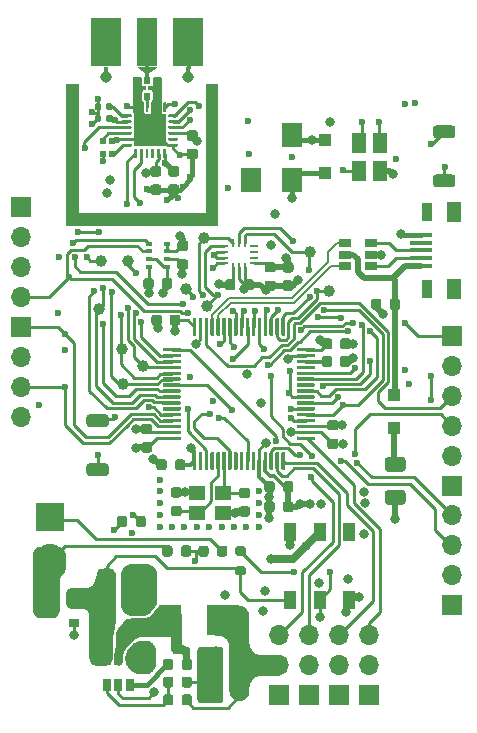
<source format=gbr>
G04 #@! TF.GenerationSoftware,KiCad,Pcbnew,(5.1.7)-1*
G04 #@! TF.CreationDate,2021-03-01T18:39:25+01:00*
G04 #@! TF.ProjectId,Zeggreus,5a656767-7265-4757-932e-6b696361645f,rev?*
G04 #@! TF.SameCoordinates,Original*
G04 #@! TF.FileFunction,Copper,L1,Top*
G04 #@! TF.FilePolarity,Positive*
%FSLAX46Y46*%
G04 Gerber Fmt 4.6, Leading zero omitted, Abs format (unit mm)*
G04 Created by KiCad (PCBNEW (5.1.7)-1) date 2021-03-01 18:39:25*
%MOMM*%
%LPD*%
G01*
G04 APERTURE LIST*
G04 #@! TA.AperFunction,NonConductor*
%ADD10C,0.100000*%
G04 #@! TD*
G04 #@! TA.AperFunction,SMDPad,CuDef*
%ADD11R,1.000000X1.500000*%
G04 #@! TD*
G04 #@! TA.AperFunction,ComponentPad*
%ADD12O,1.700000X1.700000*%
G04 #@! TD*
G04 #@! TA.AperFunction,ComponentPad*
%ADD13R,1.700000X1.700000*%
G04 #@! TD*
G04 #@! TA.AperFunction,SMDPad,CuDef*
%ADD14R,0.900000X0.800000*%
G04 #@! TD*
G04 #@! TA.AperFunction,SMDPad,CuDef*
%ADD15R,1.100000X1.100000*%
G04 #@! TD*
G04 #@! TA.AperFunction,SMDPad,CuDef*
%ADD16R,1.300000X1.700000*%
G04 #@! TD*
G04 #@! TA.AperFunction,SMDPad,CuDef*
%ADD17R,0.500000X0.600000*%
G04 #@! TD*
G04 #@! TA.AperFunction,ComponentPad*
%ADD18C,2.400000*%
G04 #@! TD*
G04 #@! TA.AperFunction,ComponentPad*
%ADD19R,2.400000X2.400000*%
G04 #@! TD*
G04 #@! TA.AperFunction,SMDPad,CuDef*
%ADD20C,1.000000*%
G04 #@! TD*
G04 #@! TA.AperFunction,ComponentPad*
%ADD21C,0.970000*%
G04 #@! TD*
G04 #@! TA.AperFunction,SMDPad,CuDef*
%ADD22R,0.460000X0.890000*%
G04 #@! TD*
G04 #@! TA.AperFunction,SMDPad,CuDef*
%ADD23R,2.665000X4.190000*%
G04 #@! TD*
G04 #@! TA.AperFunction,SMDPad,CuDef*
%ADD24R,1.780000X4.190000*%
G04 #@! TD*
G04 #@! TA.AperFunction,SMDPad,CuDef*
%ADD25R,1.060000X0.650000*%
G04 #@! TD*
G04 #@! TA.AperFunction,SMDPad,CuDef*
%ADD26R,0.500000X0.300000*%
G04 #@! TD*
G04 #@! TA.AperFunction,SMDPad,CuDef*
%ADD27R,0.550000X0.550000*%
G04 #@! TD*
G04 #@! TA.AperFunction,ComponentPad*
%ADD28C,0.500000*%
G04 #@! TD*
G04 #@! TA.AperFunction,SMDPad,CuDef*
%ADD29R,2.700000X2.700000*%
G04 #@! TD*
G04 #@! TA.AperFunction,SMDPad,CuDef*
%ADD30R,1.850000X0.400000*%
G04 #@! TD*
G04 #@! TA.AperFunction,SMDPad,CuDef*
%ADD31R,0.900000X1.625000*%
G04 #@! TD*
G04 #@! TA.AperFunction,SMDPad,CuDef*
%ADD32R,1.900000X2.500000*%
G04 #@! TD*
G04 #@! TA.AperFunction,SMDPad,CuDef*
%ADD33R,1.700000X2.100000*%
G04 #@! TD*
G04 #@! TA.AperFunction,SMDPad,CuDef*
%ADD34R,0.675000X0.250000*%
G04 #@! TD*
G04 #@! TA.AperFunction,SMDPad,CuDef*
%ADD35R,0.250000X0.675000*%
G04 #@! TD*
G04 #@! TA.AperFunction,SMDPad,CuDef*
%ADD36R,0.650000X1.060000*%
G04 #@! TD*
G04 #@! TA.AperFunction,SMDPad,CuDef*
%ADD37R,1.400000X1.200000*%
G04 #@! TD*
G04 #@! TA.AperFunction,SMDPad,CuDef*
%ADD38R,0.500000X0.350000*%
G04 #@! TD*
G04 #@! TA.AperFunction,ViaPad*
%ADD39C,0.800000*%
G04 #@! TD*
G04 #@! TA.AperFunction,ViaPad*
%ADD40C,0.600000*%
G04 #@! TD*
G04 #@! TA.AperFunction,ViaPad*
%ADD41C,0.450000*%
G04 #@! TD*
G04 #@! TA.AperFunction,Conductor*
%ADD42C,0.300000*%
G04 #@! TD*
G04 #@! TA.AperFunction,Conductor*
%ADD43C,0.500000*%
G04 #@! TD*
G04 #@! TA.AperFunction,Conductor*
%ADD44C,0.250000*%
G04 #@! TD*
G04 #@! TA.AperFunction,Conductor*
%ADD45C,0.400000*%
G04 #@! TD*
G04 #@! TA.AperFunction,Conductor*
%ADD46C,0.700000*%
G04 #@! TD*
G04 #@! TA.AperFunction,Conductor*
%ADD47C,0.280000*%
G04 #@! TD*
G04 #@! TA.AperFunction,Conductor*
%ADD48C,0.200000*%
G04 #@! TD*
G04 #@! TA.AperFunction,Conductor*
%ADD49C,0.254000*%
G04 #@! TD*
G04 #@! TA.AperFunction,Conductor*
%ADD50C,0.100000*%
G04 #@! TD*
G04 APERTURE END LIST*
D10*
G36*
X141576075Y-62628641D02*
G01*
X140686852Y-63300000D01*
X139800017Y-62623468D01*
X141576075Y-62628641D01*
G37*
G36*
X140962439Y-63597724D02*
G01*
X140412732Y-63596821D01*
X140694705Y-63280000D01*
X140962439Y-63597724D01*
G37*
G36*
X140962408Y-65339657D02*
G01*
X140806888Y-65598127D01*
X140564847Y-65598674D01*
X140414256Y-65335824D01*
X140962408Y-65339657D01*
G37*
G04 #@! TA.AperFunction,SMDPad,CuDef*
G36*
G01*
X135825000Y-92050000D02*
X137175000Y-92050000D01*
G75*
G02*
X137450000Y-92325000I0J-275000D01*
G01*
X137450000Y-92875000D01*
G75*
G02*
X137175000Y-93150000I-275000J0D01*
G01*
X135825000Y-93150000D01*
G75*
G02*
X135550000Y-92875000I0J275000D01*
G01*
X135550000Y-92325000D01*
G75*
G02*
X135825000Y-92050000I275000J0D01*
G01*
G37*
G04 #@! TD.AperFunction*
G04 #@! TA.AperFunction,SMDPad,CuDef*
G36*
G01*
X135825000Y-96200000D02*
X137175000Y-96200000D01*
G75*
G02*
X137450000Y-96475000I0J-275000D01*
G01*
X137450000Y-97025000D01*
G75*
G02*
X137175000Y-97300000I-275000J0D01*
G01*
X135825000Y-97300000D01*
G75*
G02*
X135550000Y-97025000I0J275000D01*
G01*
X135550000Y-96475000D01*
G75*
G02*
X135825000Y-96200000I275000J0D01*
G01*
G37*
G04 #@! TD.AperFunction*
D11*
X157816000Y-107752000D03*
X152816000Y-107752000D03*
X152816000Y-102032000D03*
X157816000Y-102032000D03*
X155316000Y-107752000D03*
X155316000Y-102032000D03*
G04 #@! TA.AperFunction,SMDPad,CuDef*
G36*
G01*
X148325000Y-104900000D02*
X148875000Y-104900000D01*
G75*
G02*
X149075000Y-105100000I0J-200000D01*
G01*
X149075000Y-105500000D01*
G75*
G02*
X148875000Y-105700000I-200000J0D01*
G01*
X148325000Y-105700000D01*
G75*
G02*
X148125000Y-105500000I0J200000D01*
G01*
X148125000Y-105100000D01*
G75*
G02*
X148325000Y-104900000I200000J0D01*
G01*
G37*
G04 #@! TD.AperFunction*
G04 #@! TA.AperFunction,SMDPad,CuDef*
G36*
G01*
X148325000Y-103250000D02*
X148875000Y-103250000D01*
G75*
G02*
X149075000Y-103450000I0J-200000D01*
G01*
X149075000Y-103850000D01*
G75*
G02*
X148875000Y-104050000I-200000J0D01*
G01*
X148325000Y-104050000D01*
G75*
G02*
X148125000Y-103850000I0J200000D01*
G01*
X148125000Y-103450000D01*
G75*
G02*
X148325000Y-103250000I200000J0D01*
G01*
G37*
G04 #@! TD.AperFunction*
D12*
X130050000Y-92260000D03*
X130050000Y-89720000D03*
X130050000Y-87180000D03*
D13*
X130050000Y-84640000D03*
D14*
X132500000Y-108750000D03*
X134500000Y-107800000D03*
X134500000Y-109700000D03*
D15*
X155750000Y-68850000D03*
X155750000Y-71650000D03*
D16*
X160400000Y-71500000D03*
X158600000Y-71500000D03*
X160400000Y-69100000D03*
X158600000Y-69100000D03*
D17*
X137760000Y-68920000D03*
X137760000Y-70020000D03*
X136960000Y-70020000D03*
X136960000Y-68920000D03*
D18*
X132500000Y-104250000D03*
D19*
X132500000Y-100750000D03*
D20*
X138650000Y-89500000D03*
X136800000Y-79050000D03*
X136650000Y-83150000D03*
X138550000Y-86550000D03*
X139100000Y-79100000D03*
X140350000Y-88000000D03*
X145800000Y-82900000D03*
X156100000Y-81650000D03*
X144000000Y-81450000D03*
X154500000Y-78300000D03*
X145550000Y-77150000D03*
D13*
X166516000Y-85392000D03*
G04 #@! TA.AperFunction,SMDPad,CuDef*
G36*
G01*
X152366000Y-80717000D02*
X152866000Y-80717000D01*
G75*
G02*
X153091000Y-80942000I0J-225000D01*
G01*
X153091000Y-81392000D01*
G75*
G02*
X152866000Y-81617000I-225000J0D01*
G01*
X152366000Y-81617000D01*
G75*
G02*
X152141000Y-81392000I0J225000D01*
G01*
X152141000Y-80942000D01*
G75*
G02*
X152366000Y-80717000I225000J0D01*
G01*
G37*
G04 #@! TD.AperFunction*
G04 #@! TA.AperFunction,SMDPad,CuDef*
G36*
G01*
X152366000Y-79167000D02*
X152866000Y-79167000D01*
G75*
G02*
X153091000Y-79392000I0J-225000D01*
G01*
X153091000Y-79842000D01*
G75*
G02*
X152866000Y-80067000I-225000J0D01*
G01*
X152366000Y-80067000D01*
G75*
G02*
X152141000Y-79842000I0J225000D01*
G01*
X152141000Y-79392000D01*
G75*
G02*
X152366000Y-79167000I225000J0D01*
G01*
G37*
G04 #@! TD.AperFunction*
G04 #@! TA.AperFunction,SMDPad,CuDef*
G36*
G01*
X165175000Y-67600000D02*
X166525000Y-67600000D01*
G75*
G02*
X166800000Y-67875000I0J-275000D01*
G01*
X166800000Y-68425000D01*
G75*
G02*
X166525000Y-68700000I-275000J0D01*
G01*
X165175000Y-68700000D01*
G75*
G02*
X164900000Y-68425000I0J275000D01*
G01*
X164900000Y-67875000D01*
G75*
G02*
X165175000Y-67600000I275000J0D01*
G01*
G37*
G04 #@! TD.AperFunction*
G04 #@! TA.AperFunction,SMDPad,CuDef*
G36*
G01*
X165175000Y-71750000D02*
X166525000Y-71750000D01*
G75*
G02*
X166800000Y-72025000I0J-275000D01*
G01*
X166800000Y-72575000D01*
G75*
G02*
X166525000Y-72850000I-275000J0D01*
G01*
X165175000Y-72850000D01*
G75*
G02*
X164900000Y-72575000I0J275000D01*
G01*
X164900000Y-72025000D01*
G75*
G02*
X165175000Y-71750000I275000J0D01*
G01*
G37*
G04 #@! TD.AperFunction*
D21*
X144180136Y-63527000D03*
D22*
X144180136Y-63082000D03*
D23*
X137195136Y-60542000D03*
D24*
X140687636Y-60542000D03*
D23*
X144180136Y-60542000D03*
D21*
X137195136Y-63527000D03*
D22*
X137195136Y-63082000D03*
D12*
X130050000Y-82100000D03*
X130050000Y-79560000D03*
X130050000Y-77020000D03*
D13*
X130050000Y-74480000D03*
D25*
X157466000Y-78542000D03*
X157466000Y-79492000D03*
X157466000Y-77592000D03*
X159666000Y-77592000D03*
X159666000Y-78542000D03*
X159666000Y-79492000D03*
D26*
X141037636Y-64470681D03*
D27*
X140687636Y-65070681D03*
X140687636Y-63870681D03*
D26*
X140337636Y-64470681D03*
D28*
X142036000Y-69122000D03*
X140936000Y-69122000D03*
X139836000Y-69122000D03*
X142036000Y-68022000D03*
X140936000Y-68022000D03*
X139836000Y-68022000D03*
X142036000Y-66922000D03*
X140936000Y-66922000D03*
X139836000Y-66922000D03*
D29*
X140936000Y-68022000D03*
G04 #@! TA.AperFunction,SMDPad,CuDef*
G36*
G01*
X139561000Y-66409500D02*
X139561000Y-65709500D01*
G75*
G02*
X139623500Y-65647000I62500J0D01*
G01*
X139748500Y-65647000D01*
G75*
G02*
X139811000Y-65709500I0J-62500D01*
G01*
X139811000Y-66409500D01*
G75*
G02*
X139748500Y-66472000I-62500J0D01*
G01*
X139623500Y-66472000D01*
G75*
G02*
X139561000Y-66409500I0J62500D01*
G01*
G37*
G04 #@! TD.AperFunction*
G04 #@! TA.AperFunction,SMDPad,CuDef*
G36*
G01*
X140061000Y-66409500D02*
X140061000Y-65709500D01*
G75*
G02*
X140123500Y-65647000I62500J0D01*
G01*
X140248500Y-65647000D01*
G75*
G02*
X140311000Y-65709500I0J-62500D01*
G01*
X140311000Y-66409500D01*
G75*
G02*
X140248500Y-66472000I-62500J0D01*
G01*
X140123500Y-66472000D01*
G75*
G02*
X140061000Y-66409500I0J62500D01*
G01*
G37*
G04 #@! TD.AperFunction*
G04 #@! TA.AperFunction,SMDPad,CuDef*
G36*
G01*
X140561000Y-66409500D02*
X140561000Y-65709500D01*
G75*
G02*
X140623500Y-65647000I62500J0D01*
G01*
X140748500Y-65647000D01*
G75*
G02*
X140811000Y-65709500I0J-62500D01*
G01*
X140811000Y-66409500D01*
G75*
G02*
X140748500Y-66472000I-62500J0D01*
G01*
X140623500Y-66472000D01*
G75*
G02*
X140561000Y-66409500I0J62500D01*
G01*
G37*
G04 #@! TD.AperFunction*
G04 #@! TA.AperFunction,SMDPad,CuDef*
G36*
G01*
X141061000Y-66409500D02*
X141061000Y-65709500D01*
G75*
G02*
X141123500Y-65647000I62500J0D01*
G01*
X141248500Y-65647000D01*
G75*
G02*
X141311000Y-65709500I0J-62500D01*
G01*
X141311000Y-66409500D01*
G75*
G02*
X141248500Y-66472000I-62500J0D01*
G01*
X141123500Y-66472000D01*
G75*
G02*
X141061000Y-66409500I0J62500D01*
G01*
G37*
G04 #@! TD.AperFunction*
G04 #@! TA.AperFunction,SMDPad,CuDef*
G36*
G01*
X141561000Y-66409500D02*
X141561000Y-65709500D01*
G75*
G02*
X141623500Y-65647000I62500J0D01*
G01*
X141748500Y-65647000D01*
G75*
G02*
X141811000Y-65709500I0J-62500D01*
G01*
X141811000Y-66409500D01*
G75*
G02*
X141748500Y-66472000I-62500J0D01*
G01*
X141623500Y-66472000D01*
G75*
G02*
X141561000Y-66409500I0J62500D01*
G01*
G37*
G04 #@! TD.AperFunction*
G04 #@! TA.AperFunction,SMDPad,CuDef*
G36*
G01*
X142061000Y-66409500D02*
X142061000Y-65709500D01*
G75*
G02*
X142123500Y-65647000I62500J0D01*
G01*
X142248500Y-65647000D01*
G75*
G02*
X142311000Y-65709500I0J-62500D01*
G01*
X142311000Y-66409500D01*
G75*
G02*
X142248500Y-66472000I-62500J0D01*
G01*
X142123500Y-66472000D01*
G75*
G02*
X142061000Y-66409500I0J62500D01*
G01*
G37*
G04 #@! TD.AperFunction*
G04 #@! TA.AperFunction,SMDPad,CuDef*
G36*
G01*
X142486000Y-66834500D02*
X142486000Y-66709500D01*
G75*
G02*
X142548500Y-66647000I62500J0D01*
G01*
X143248500Y-66647000D01*
G75*
G02*
X143311000Y-66709500I0J-62500D01*
G01*
X143311000Y-66834500D01*
G75*
G02*
X143248500Y-66897000I-62500J0D01*
G01*
X142548500Y-66897000D01*
G75*
G02*
X142486000Y-66834500I0J62500D01*
G01*
G37*
G04 #@! TD.AperFunction*
G04 #@! TA.AperFunction,SMDPad,CuDef*
G36*
G01*
X142486000Y-67334500D02*
X142486000Y-67209500D01*
G75*
G02*
X142548500Y-67147000I62500J0D01*
G01*
X143248500Y-67147000D01*
G75*
G02*
X143311000Y-67209500I0J-62500D01*
G01*
X143311000Y-67334500D01*
G75*
G02*
X143248500Y-67397000I-62500J0D01*
G01*
X142548500Y-67397000D01*
G75*
G02*
X142486000Y-67334500I0J62500D01*
G01*
G37*
G04 #@! TD.AperFunction*
G04 #@! TA.AperFunction,SMDPad,CuDef*
G36*
G01*
X142486000Y-67834500D02*
X142486000Y-67709500D01*
G75*
G02*
X142548500Y-67647000I62500J0D01*
G01*
X143248500Y-67647000D01*
G75*
G02*
X143311000Y-67709500I0J-62500D01*
G01*
X143311000Y-67834500D01*
G75*
G02*
X143248500Y-67897000I-62500J0D01*
G01*
X142548500Y-67897000D01*
G75*
G02*
X142486000Y-67834500I0J62500D01*
G01*
G37*
G04 #@! TD.AperFunction*
G04 #@! TA.AperFunction,SMDPad,CuDef*
G36*
G01*
X142486000Y-68334500D02*
X142486000Y-68209500D01*
G75*
G02*
X142548500Y-68147000I62500J0D01*
G01*
X143248500Y-68147000D01*
G75*
G02*
X143311000Y-68209500I0J-62500D01*
G01*
X143311000Y-68334500D01*
G75*
G02*
X143248500Y-68397000I-62500J0D01*
G01*
X142548500Y-68397000D01*
G75*
G02*
X142486000Y-68334500I0J62500D01*
G01*
G37*
G04 #@! TD.AperFunction*
G04 #@! TA.AperFunction,SMDPad,CuDef*
G36*
G01*
X142486000Y-68834500D02*
X142486000Y-68709500D01*
G75*
G02*
X142548500Y-68647000I62500J0D01*
G01*
X143248500Y-68647000D01*
G75*
G02*
X143311000Y-68709500I0J-62500D01*
G01*
X143311000Y-68834500D01*
G75*
G02*
X143248500Y-68897000I-62500J0D01*
G01*
X142548500Y-68897000D01*
G75*
G02*
X142486000Y-68834500I0J62500D01*
G01*
G37*
G04 #@! TD.AperFunction*
G04 #@! TA.AperFunction,SMDPad,CuDef*
G36*
G01*
X142486000Y-69334500D02*
X142486000Y-69209500D01*
G75*
G02*
X142548500Y-69147000I62500J0D01*
G01*
X143248500Y-69147000D01*
G75*
G02*
X143311000Y-69209500I0J-62500D01*
G01*
X143311000Y-69334500D01*
G75*
G02*
X143248500Y-69397000I-62500J0D01*
G01*
X142548500Y-69397000D01*
G75*
G02*
X142486000Y-69334500I0J62500D01*
G01*
G37*
G04 #@! TD.AperFunction*
G04 #@! TA.AperFunction,SMDPad,CuDef*
G36*
G01*
X142061000Y-70334500D02*
X142061000Y-69634500D01*
G75*
G02*
X142123500Y-69572000I62500J0D01*
G01*
X142248500Y-69572000D01*
G75*
G02*
X142311000Y-69634500I0J-62500D01*
G01*
X142311000Y-70334500D01*
G75*
G02*
X142248500Y-70397000I-62500J0D01*
G01*
X142123500Y-70397000D01*
G75*
G02*
X142061000Y-70334500I0J62500D01*
G01*
G37*
G04 #@! TD.AperFunction*
G04 #@! TA.AperFunction,SMDPad,CuDef*
G36*
G01*
X141561000Y-70334500D02*
X141561000Y-69634500D01*
G75*
G02*
X141623500Y-69572000I62500J0D01*
G01*
X141748500Y-69572000D01*
G75*
G02*
X141811000Y-69634500I0J-62500D01*
G01*
X141811000Y-70334500D01*
G75*
G02*
X141748500Y-70397000I-62500J0D01*
G01*
X141623500Y-70397000D01*
G75*
G02*
X141561000Y-70334500I0J62500D01*
G01*
G37*
G04 #@! TD.AperFunction*
G04 #@! TA.AperFunction,SMDPad,CuDef*
G36*
G01*
X141061000Y-70334500D02*
X141061000Y-69634500D01*
G75*
G02*
X141123500Y-69572000I62500J0D01*
G01*
X141248500Y-69572000D01*
G75*
G02*
X141311000Y-69634500I0J-62500D01*
G01*
X141311000Y-70334500D01*
G75*
G02*
X141248500Y-70397000I-62500J0D01*
G01*
X141123500Y-70397000D01*
G75*
G02*
X141061000Y-70334500I0J62500D01*
G01*
G37*
G04 #@! TD.AperFunction*
G04 #@! TA.AperFunction,SMDPad,CuDef*
G36*
G01*
X140561000Y-70334500D02*
X140561000Y-69634500D01*
G75*
G02*
X140623500Y-69572000I62500J0D01*
G01*
X140748500Y-69572000D01*
G75*
G02*
X140811000Y-69634500I0J-62500D01*
G01*
X140811000Y-70334500D01*
G75*
G02*
X140748500Y-70397000I-62500J0D01*
G01*
X140623500Y-70397000D01*
G75*
G02*
X140561000Y-70334500I0J62500D01*
G01*
G37*
G04 #@! TD.AperFunction*
G04 #@! TA.AperFunction,SMDPad,CuDef*
G36*
G01*
X140061000Y-70334500D02*
X140061000Y-69634500D01*
G75*
G02*
X140123500Y-69572000I62500J0D01*
G01*
X140248500Y-69572000D01*
G75*
G02*
X140311000Y-69634500I0J-62500D01*
G01*
X140311000Y-70334500D01*
G75*
G02*
X140248500Y-70397000I-62500J0D01*
G01*
X140123500Y-70397000D01*
G75*
G02*
X140061000Y-70334500I0J62500D01*
G01*
G37*
G04 #@! TD.AperFunction*
G04 #@! TA.AperFunction,SMDPad,CuDef*
G36*
G01*
X139561000Y-70334500D02*
X139561000Y-69634500D01*
G75*
G02*
X139623500Y-69572000I62500J0D01*
G01*
X139748500Y-69572000D01*
G75*
G02*
X139811000Y-69634500I0J-62500D01*
G01*
X139811000Y-70334500D01*
G75*
G02*
X139748500Y-70397000I-62500J0D01*
G01*
X139623500Y-70397000D01*
G75*
G02*
X139561000Y-70334500I0J62500D01*
G01*
G37*
G04 #@! TD.AperFunction*
G04 #@! TA.AperFunction,SMDPad,CuDef*
G36*
G01*
X138561000Y-69334500D02*
X138561000Y-69209500D01*
G75*
G02*
X138623500Y-69147000I62500J0D01*
G01*
X139323500Y-69147000D01*
G75*
G02*
X139386000Y-69209500I0J-62500D01*
G01*
X139386000Y-69334500D01*
G75*
G02*
X139323500Y-69397000I-62500J0D01*
G01*
X138623500Y-69397000D01*
G75*
G02*
X138561000Y-69334500I0J62500D01*
G01*
G37*
G04 #@! TD.AperFunction*
G04 #@! TA.AperFunction,SMDPad,CuDef*
G36*
G01*
X138561000Y-68834500D02*
X138561000Y-68709500D01*
G75*
G02*
X138623500Y-68647000I62500J0D01*
G01*
X139323500Y-68647000D01*
G75*
G02*
X139386000Y-68709500I0J-62500D01*
G01*
X139386000Y-68834500D01*
G75*
G02*
X139323500Y-68897000I-62500J0D01*
G01*
X138623500Y-68897000D01*
G75*
G02*
X138561000Y-68834500I0J62500D01*
G01*
G37*
G04 #@! TD.AperFunction*
G04 #@! TA.AperFunction,SMDPad,CuDef*
G36*
G01*
X138561000Y-68334500D02*
X138561000Y-68209500D01*
G75*
G02*
X138623500Y-68147000I62500J0D01*
G01*
X139323500Y-68147000D01*
G75*
G02*
X139386000Y-68209500I0J-62500D01*
G01*
X139386000Y-68334500D01*
G75*
G02*
X139323500Y-68397000I-62500J0D01*
G01*
X138623500Y-68397000D01*
G75*
G02*
X138561000Y-68334500I0J62500D01*
G01*
G37*
G04 #@! TD.AperFunction*
G04 #@! TA.AperFunction,SMDPad,CuDef*
G36*
G01*
X138561000Y-67834500D02*
X138561000Y-67709500D01*
G75*
G02*
X138623500Y-67647000I62500J0D01*
G01*
X139323500Y-67647000D01*
G75*
G02*
X139386000Y-67709500I0J-62500D01*
G01*
X139386000Y-67834500D01*
G75*
G02*
X139323500Y-67897000I-62500J0D01*
G01*
X138623500Y-67897000D01*
G75*
G02*
X138561000Y-67834500I0J62500D01*
G01*
G37*
G04 #@! TD.AperFunction*
G04 #@! TA.AperFunction,SMDPad,CuDef*
G36*
G01*
X138561000Y-67334500D02*
X138561000Y-67209500D01*
G75*
G02*
X138623500Y-67147000I62500J0D01*
G01*
X139323500Y-67147000D01*
G75*
G02*
X139386000Y-67209500I0J-62500D01*
G01*
X139386000Y-67334500D01*
G75*
G02*
X139323500Y-67397000I-62500J0D01*
G01*
X138623500Y-67397000D01*
G75*
G02*
X138561000Y-67334500I0J62500D01*
G01*
G37*
G04 #@! TD.AperFunction*
G04 #@! TA.AperFunction,SMDPad,CuDef*
G36*
G01*
X138561000Y-66834500D02*
X138561000Y-66709500D01*
G75*
G02*
X138623500Y-66647000I62500J0D01*
G01*
X139323500Y-66647000D01*
G75*
G02*
X139386000Y-66709500I0J-62500D01*
G01*
X139386000Y-66834500D01*
G75*
G02*
X139323500Y-66897000I-62500J0D01*
G01*
X138623500Y-66897000D01*
G75*
G02*
X138561000Y-66834500I0J62500D01*
G01*
G37*
G04 #@! TD.AperFunction*
G04 #@! TA.AperFunction,SMDPad,CuDef*
G36*
G01*
X136816000Y-65852000D02*
X136816000Y-66192000D01*
G75*
G02*
X136676000Y-66332000I-140000J0D01*
G01*
X136396000Y-66332000D01*
G75*
G02*
X136256000Y-66192000I0J140000D01*
G01*
X136256000Y-65852000D01*
G75*
G02*
X136396000Y-65712000I140000J0D01*
G01*
X136676000Y-65712000D01*
G75*
G02*
X136816000Y-65852000I0J-140000D01*
G01*
G37*
G04 #@! TD.AperFunction*
G04 #@! TA.AperFunction,SMDPad,CuDef*
G36*
G01*
X137776000Y-65852000D02*
X137776000Y-66192000D01*
G75*
G02*
X137636000Y-66332000I-140000J0D01*
G01*
X137356000Y-66332000D01*
G75*
G02*
X137216000Y-66192000I0J140000D01*
G01*
X137216000Y-65852000D01*
G75*
G02*
X137356000Y-65712000I140000J0D01*
G01*
X137636000Y-65712000D01*
G75*
G02*
X137776000Y-65852000I0J-140000D01*
G01*
G37*
G04 #@! TD.AperFunction*
G04 #@! TA.AperFunction,SMDPad,CuDef*
G36*
G01*
X142686000Y-72597000D02*
X143186000Y-72597000D01*
G75*
G02*
X143411000Y-72822000I0J-225000D01*
G01*
X143411000Y-73272000D01*
G75*
G02*
X143186000Y-73497000I-225000J0D01*
G01*
X142686000Y-73497000D01*
G75*
G02*
X142461000Y-73272000I0J225000D01*
G01*
X142461000Y-72822000D01*
G75*
G02*
X142686000Y-72597000I225000J0D01*
G01*
G37*
G04 #@! TD.AperFunction*
G04 #@! TA.AperFunction,SMDPad,CuDef*
G36*
G01*
X142686000Y-71047000D02*
X143186000Y-71047000D01*
G75*
G02*
X143411000Y-71272000I0J-225000D01*
G01*
X143411000Y-71722000D01*
G75*
G02*
X143186000Y-71947000I-225000J0D01*
G01*
X142686000Y-71947000D01*
G75*
G02*
X142461000Y-71722000I0J225000D01*
G01*
X142461000Y-71272000D01*
G75*
G02*
X142686000Y-71047000I225000J0D01*
G01*
G37*
G04 #@! TD.AperFunction*
G04 #@! TA.AperFunction,SMDPad,CuDef*
G36*
G01*
X141186000Y-72597000D02*
X141686000Y-72597000D01*
G75*
G02*
X141911000Y-72822000I0J-225000D01*
G01*
X141911000Y-73272000D01*
G75*
G02*
X141686000Y-73497000I-225000J0D01*
G01*
X141186000Y-73497000D01*
G75*
G02*
X140961000Y-73272000I0J225000D01*
G01*
X140961000Y-72822000D01*
G75*
G02*
X141186000Y-72597000I225000J0D01*
G01*
G37*
G04 #@! TD.AperFunction*
G04 #@! TA.AperFunction,SMDPad,CuDef*
G36*
G01*
X141186000Y-71047000D02*
X141686000Y-71047000D01*
G75*
G02*
X141911000Y-71272000I0J-225000D01*
G01*
X141911000Y-71722000D01*
G75*
G02*
X141686000Y-71947000I-225000J0D01*
G01*
X141186000Y-71947000D01*
G75*
G02*
X140961000Y-71722000I0J225000D01*
G01*
X140961000Y-71272000D01*
G75*
G02*
X141186000Y-71047000I225000J0D01*
G01*
G37*
G04 #@! TD.AperFunction*
G04 #@! TA.AperFunction,SMDPad,CuDef*
G36*
G01*
X144266000Y-69572000D02*
X144766000Y-69572000D01*
G75*
G02*
X144991000Y-69797000I0J-225000D01*
G01*
X144991000Y-70247000D01*
G75*
G02*
X144766000Y-70472000I-225000J0D01*
G01*
X144266000Y-70472000D01*
G75*
G02*
X144041000Y-70247000I0J225000D01*
G01*
X144041000Y-69797000D01*
G75*
G02*
X144266000Y-69572000I225000J0D01*
G01*
G37*
G04 #@! TD.AperFunction*
G04 #@! TA.AperFunction,SMDPad,CuDef*
G36*
G01*
X144266000Y-68022000D02*
X144766000Y-68022000D01*
G75*
G02*
X144991000Y-68247000I0J-225000D01*
G01*
X144991000Y-68697000D01*
G75*
G02*
X144766000Y-68922000I-225000J0D01*
G01*
X144266000Y-68922000D01*
G75*
G02*
X144041000Y-68697000I0J225000D01*
G01*
X144041000Y-68247000D01*
G75*
G02*
X144266000Y-68022000I225000J0D01*
G01*
G37*
G04 #@! TD.AperFunction*
G04 #@! TA.AperFunction,SMDPad,CuDef*
G36*
G01*
X137216000Y-67192000D02*
X137216000Y-66852000D01*
G75*
G02*
X137356000Y-66712000I140000J0D01*
G01*
X137636000Y-66712000D01*
G75*
G02*
X137776000Y-66852000I0J-140000D01*
G01*
X137776000Y-67192000D01*
G75*
G02*
X137636000Y-67332000I-140000J0D01*
G01*
X137356000Y-67332000D01*
G75*
G02*
X137216000Y-67192000I0J140000D01*
G01*
G37*
G04 #@! TD.AperFunction*
G04 #@! TA.AperFunction,SMDPad,CuDef*
G36*
G01*
X136256000Y-67192000D02*
X136256000Y-66852000D01*
G75*
G02*
X136396000Y-66712000I140000J0D01*
G01*
X136676000Y-66712000D01*
G75*
G02*
X136816000Y-66852000I0J-140000D01*
G01*
X136816000Y-67192000D01*
G75*
G02*
X136676000Y-67332000I-140000J0D01*
G01*
X136396000Y-67332000D01*
G75*
G02*
X136256000Y-67192000I0J140000D01*
G01*
G37*
G04 #@! TD.AperFunction*
D12*
X166516000Y-100592000D03*
X166516000Y-103132000D03*
X166516000Y-105672000D03*
D13*
X166516000Y-108212000D03*
D12*
X166516000Y-87932000D03*
X166516000Y-90472000D03*
X166516000Y-93012000D03*
X166516000Y-95552000D03*
D13*
X166516000Y-98092000D03*
D30*
X163891000Y-79492000D03*
X163891000Y-78842000D03*
X163891000Y-76892000D03*
X163891000Y-77542000D03*
D31*
X164366000Y-81429500D03*
X164366000Y-74954500D03*
D16*
X166716000Y-81467000D03*
X166716000Y-74917000D03*
D30*
X163891000Y-78192000D03*
D32*
X146716000Y-109492000D03*
X142616000Y-109492000D03*
D33*
X153000000Y-72192000D03*
X149500000Y-72192000D03*
X153000000Y-68392000D03*
G04 #@! TA.AperFunction,SMDPad,CuDef*
G36*
G01*
X138666000Y-106317000D02*
X138666000Y-105367000D01*
G75*
G02*
X138916000Y-105117000I250000J0D01*
G01*
X139416000Y-105117000D01*
G75*
G02*
X139666000Y-105367000I0J-250000D01*
G01*
X139666000Y-106317000D01*
G75*
G02*
X139416000Y-106567000I-250000J0D01*
G01*
X138916000Y-106567000D01*
G75*
G02*
X138666000Y-106317000I0J250000D01*
G01*
G37*
G04 #@! TD.AperFunction*
G04 #@! TA.AperFunction,SMDPad,CuDef*
G36*
G01*
X136766000Y-106317000D02*
X136766000Y-105367000D01*
G75*
G02*
X137016000Y-105117000I250000J0D01*
G01*
X137516000Y-105117000D01*
G75*
G02*
X137766000Y-105367000I0J-250000D01*
G01*
X137766000Y-106317000D01*
G75*
G02*
X137516000Y-106567000I-250000J0D01*
G01*
X137016000Y-106567000D01*
G75*
G02*
X136766000Y-106317000I0J250000D01*
G01*
G37*
G04 #@! TD.AperFunction*
G04 #@! TA.AperFunction,SMDPad,CuDef*
G36*
G01*
X148966000Y-115017000D02*
X148966000Y-115967000D01*
G75*
G02*
X148716000Y-116217000I-250000J0D01*
G01*
X148216000Y-116217000D01*
G75*
G02*
X147966000Y-115967000I0J250000D01*
G01*
X147966000Y-115017000D01*
G75*
G02*
X148216000Y-114767000I250000J0D01*
G01*
X148716000Y-114767000D01*
G75*
G02*
X148966000Y-115017000I0J-250000D01*
G01*
G37*
G04 #@! TD.AperFunction*
G04 #@! TA.AperFunction,SMDPad,CuDef*
G36*
G01*
X147066000Y-115017000D02*
X147066000Y-115967000D01*
G75*
G02*
X146816000Y-116217000I-250000J0D01*
G01*
X146316000Y-116217000D01*
G75*
G02*
X146066000Y-115967000I0J250000D01*
G01*
X146066000Y-115017000D01*
G75*
G02*
X146316000Y-114767000I250000J0D01*
G01*
X146816000Y-114767000D01*
G75*
G02*
X147066000Y-115017000I0J-250000D01*
G01*
G37*
G04 #@! TD.AperFunction*
G04 #@! TA.AperFunction,SMDPad,CuDef*
G36*
G01*
X146066000Y-113967000D02*
X146066000Y-113017000D01*
G75*
G02*
X146316000Y-112767000I250000J0D01*
G01*
X146816000Y-112767000D01*
G75*
G02*
X147066000Y-113017000I0J-250000D01*
G01*
X147066000Y-113967000D01*
G75*
G02*
X146816000Y-114217000I-250000J0D01*
G01*
X146316000Y-114217000D01*
G75*
G02*
X146066000Y-113967000I0J250000D01*
G01*
G37*
G04 #@! TD.AperFunction*
G04 #@! TA.AperFunction,SMDPad,CuDef*
G36*
G01*
X147966000Y-113967000D02*
X147966000Y-113017000D01*
G75*
G02*
X148216000Y-112767000I250000J0D01*
G01*
X148716000Y-112767000D01*
G75*
G02*
X148966000Y-113017000I0J-250000D01*
G01*
X148966000Y-113967000D01*
G75*
G02*
X148716000Y-114217000I-250000J0D01*
G01*
X148216000Y-114217000D01*
G75*
G02*
X147966000Y-113967000I0J250000D01*
G01*
G37*
G04 #@! TD.AperFunction*
G04 #@! TA.AperFunction,SMDPad,CuDef*
G36*
G01*
X137766000Y-107567000D02*
X137766000Y-108517000D01*
G75*
G02*
X137516000Y-108767000I-250000J0D01*
G01*
X137016000Y-108767000D01*
G75*
G02*
X136766000Y-108517000I0J250000D01*
G01*
X136766000Y-107567000D01*
G75*
G02*
X137016000Y-107317000I250000J0D01*
G01*
X137516000Y-107317000D01*
G75*
G02*
X137766000Y-107567000I0J-250000D01*
G01*
G37*
G04 #@! TD.AperFunction*
G04 #@! TA.AperFunction,SMDPad,CuDef*
G36*
G01*
X139666000Y-107567000D02*
X139666000Y-108517000D01*
G75*
G02*
X139416000Y-108767000I-250000J0D01*
G01*
X138916000Y-108767000D01*
G75*
G02*
X138666000Y-108517000I0J250000D01*
G01*
X138666000Y-107567000D01*
G75*
G02*
X138916000Y-107317000I250000J0D01*
G01*
X139416000Y-107317000D01*
G75*
G02*
X139666000Y-107567000I0J-250000D01*
G01*
G37*
G04 #@! TD.AperFunction*
D15*
X161600000Y-93202000D03*
X161600000Y-90402000D03*
G04 #@! TA.AperFunction,SMDPad,CuDef*
G36*
G01*
X162325000Y-96925000D02*
X161075000Y-96925000D01*
G75*
G02*
X160825000Y-96675000I0J250000D01*
G01*
X160825000Y-95925000D01*
G75*
G02*
X161075000Y-95675000I250000J0D01*
G01*
X162325000Y-95675000D01*
G75*
G02*
X162575000Y-95925000I0J-250000D01*
G01*
X162575000Y-96675000D01*
G75*
G02*
X162325000Y-96925000I-250000J0D01*
G01*
G37*
G04 #@! TD.AperFunction*
G04 #@! TA.AperFunction,SMDPad,CuDef*
G36*
G01*
X162325000Y-99725000D02*
X161075000Y-99725000D01*
G75*
G02*
X160825000Y-99475000I0J250000D01*
G01*
X160825000Y-98725000D01*
G75*
G02*
X161075000Y-98475000I250000J0D01*
G01*
X162325000Y-98475000D01*
G75*
G02*
X162575000Y-98725000I0J-250000D01*
G01*
X162575000Y-99475000D01*
G75*
G02*
X162325000Y-99725000I-250000J0D01*
G01*
G37*
G04 #@! TD.AperFunction*
G04 #@! TA.AperFunction,SMDPad,CuDef*
G36*
G01*
X142603500Y-84342000D02*
X142603500Y-83842000D01*
G75*
G02*
X142828500Y-83617000I225000J0D01*
G01*
X143278500Y-83617000D01*
G75*
G02*
X143503500Y-83842000I0J-225000D01*
G01*
X143503500Y-84342000D01*
G75*
G02*
X143278500Y-84567000I-225000J0D01*
G01*
X142828500Y-84567000D01*
G75*
G02*
X142603500Y-84342000I0J225000D01*
G01*
G37*
G04 #@! TD.AperFunction*
G04 #@! TA.AperFunction,SMDPad,CuDef*
G36*
G01*
X141053500Y-84342000D02*
X141053500Y-83842000D01*
G75*
G02*
X141278500Y-83617000I225000J0D01*
G01*
X141728500Y-83617000D01*
G75*
G02*
X141953500Y-83842000I0J-225000D01*
G01*
X141953500Y-84342000D01*
G75*
G02*
X141728500Y-84567000I-225000J0D01*
G01*
X141278500Y-84567000D01*
G75*
G02*
X141053500Y-84342000I0J225000D01*
G01*
G37*
G04 #@! TD.AperFunction*
G04 #@! TA.AperFunction,SMDPad,CuDef*
G36*
G01*
X156378500Y-85842000D02*
X156378500Y-86342000D01*
G75*
G02*
X156153500Y-86567000I-225000J0D01*
G01*
X155703500Y-86567000D01*
G75*
G02*
X155478500Y-86342000I0J225000D01*
G01*
X155478500Y-85842000D01*
G75*
G02*
X155703500Y-85617000I225000J0D01*
G01*
X156153500Y-85617000D01*
G75*
G02*
X156378500Y-85842000I0J-225000D01*
G01*
G37*
G04 #@! TD.AperFunction*
G04 #@! TA.AperFunction,SMDPad,CuDef*
G36*
G01*
X157928500Y-85842000D02*
X157928500Y-86342000D01*
G75*
G02*
X157703500Y-86567000I-225000J0D01*
G01*
X157253500Y-86567000D01*
G75*
G02*
X157028500Y-86342000I0J225000D01*
G01*
X157028500Y-85842000D01*
G75*
G02*
X157253500Y-85617000I225000J0D01*
G01*
X157703500Y-85617000D01*
G75*
G02*
X157928500Y-85842000I0J-225000D01*
G01*
G37*
G04 #@! TD.AperFunction*
G04 #@! TA.AperFunction,SMDPad,CuDef*
G36*
G01*
X140403500Y-94417000D02*
X140903500Y-94417000D01*
G75*
G02*
X141128500Y-94642000I0J-225000D01*
G01*
X141128500Y-95092000D01*
G75*
G02*
X140903500Y-95317000I-225000J0D01*
G01*
X140403500Y-95317000D01*
G75*
G02*
X140178500Y-95092000I0J225000D01*
G01*
X140178500Y-94642000D01*
G75*
G02*
X140403500Y-94417000I225000J0D01*
G01*
G37*
G04 #@! TD.AperFunction*
G04 #@! TA.AperFunction,SMDPad,CuDef*
G36*
G01*
X140403500Y-92867000D02*
X140903500Y-92867000D01*
G75*
G02*
X141128500Y-93092000I0J-225000D01*
G01*
X141128500Y-93542000D01*
G75*
G02*
X140903500Y-93767000I-225000J0D01*
G01*
X140403500Y-93767000D01*
G75*
G02*
X140178500Y-93542000I0J225000D01*
G01*
X140178500Y-93092000D01*
G75*
G02*
X140403500Y-92867000I225000J0D01*
G01*
G37*
G04 #@! TD.AperFunction*
G04 #@! TA.AperFunction,SMDPad,CuDef*
G36*
G01*
X156378500Y-87342000D02*
X156378500Y-87842000D01*
G75*
G02*
X156153500Y-88067000I-225000J0D01*
G01*
X155703500Y-88067000D01*
G75*
G02*
X155478500Y-87842000I0J225000D01*
G01*
X155478500Y-87342000D01*
G75*
G02*
X155703500Y-87117000I225000J0D01*
G01*
X156153500Y-87117000D01*
G75*
G02*
X156378500Y-87342000I0J-225000D01*
G01*
G37*
G04 #@! TD.AperFunction*
G04 #@! TA.AperFunction,SMDPad,CuDef*
G36*
G01*
X157928500Y-87342000D02*
X157928500Y-87842000D01*
G75*
G02*
X157703500Y-88067000I-225000J0D01*
G01*
X157253500Y-88067000D01*
G75*
G02*
X157028500Y-87842000I0J225000D01*
G01*
X157028500Y-87342000D01*
G75*
G02*
X157253500Y-87117000I225000J0D01*
G01*
X157703500Y-87117000D01*
G75*
G02*
X157928500Y-87342000I0J-225000D01*
G01*
G37*
G04 #@! TD.AperFunction*
D34*
X149716000Y-77792000D03*
X149716000Y-78292000D03*
X149716000Y-78792000D03*
X149716000Y-79292000D03*
X147191000Y-79292000D03*
X147191000Y-78792000D03*
X147191000Y-78292000D03*
X147191000Y-77792000D03*
D35*
X148953500Y-79554500D03*
X148453500Y-79554500D03*
X147953500Y-79554500D03*
X148953500Y-77529500D03*
X147953500Y-77529500D03*
X148453500Y-77529500D03*
G04 #@! TA.AperFunction,SMDPad,CuDef*
G36*
G01*
X147475000Y-103393750D02*
X147475000Y-103906250D01*
G75*
G02*
X147256250Y-104125000I-218750J0D01*
G01*
X146818750Y-104125000D01*
G75*
G02*
X146600000Y-103906250I0J218750D01*
G01*
X146600000Y-103393750D01*
G75*
G02*
X146818750Y-103175000I218750J0D01*
G01*
X147256250Y-103175000D01*
G75*
G02*
X147475000Y-103393750I0J-218750D01*
G01*
G37*
G04 #@! TD.AperFunction*
G04 #@! TA.AperFunction,SMDPad,CuDef*
G36*
G01*
X145900000Y-103393750D02*
X145900000Y-103906250D01*
G75*
G02*
X145681250Y-104125000I-218750J0D01*
G01*
X145243750Y-104125000D01*
G75*
G02*
X145025000Y-103906250I0J218750D01*
G01*
X145025000Y-103393750D01*
G75*
G02*
X145243750Y-103175000I218750J0D01*
G01*
X145681250Y-103175000D01*
G75*
G02*
X145900000Y-103393750I0J-218750D01*
G01*
G37*
G04 #@! TD.AperFunction*
G04 #@! TA.AperFunction,SMDPad,CuDef*
G36*
G01*
X144428500Y-103385750D02*
X144428500Y-103898250D01*
G75*
G02*
X144209750Y-104117000I-218750J0D01*
G01*
X143772250Y-104117000D01*
G75*
G02*
X143553500Y-103898250I0J218750D01*
G01*
X143553500Y-103385750D01*
G75*
G02*
X143772250Y-103167000I218750J0D01*
G01*
X144209750Y-103167000D01*
G75*
G02*
X144428500Y-103385750I0J-218750D01*
G01*
G37*
G04 #@! TD.AperFunction*
G04 #@! TA.AperFunction,SMDPad,CuDef*
G36*
G01*
X142853500Y-103385750D02*
X142853500Y-103898250D01*
G75*
G02*
X142634750Y-104117000I-218750J0D01*
G01*
X142197250Y-104117000D01*
G75*
G02*
X141978500Y-103898250I0J218750D01*
G01*
X141978500Y-103385750D01*
G75*
G02*
X142197250Y-103167000I218750J0D01*
G01*
X142634750Y-103167000D01*
G75*
G02*
X142853500Y-103385750I0J-218750D01*
G01*
G37*
G04 #@! TD.AperFunction*
G04 #@! TA.AperFunction,SMDPad,CuDef*
G36*
G01*
X143478500Y-94242000D02*
X142078500Y-94242000D01*
G75*
G02*
X142003500Y-94167000I0J75000D01*
G01*
X142003500Y-94017000D01*
G75*
G02*
X142078500Y-93942000I75000J0D01*
G01*
X143478500Y-93942000D01*
G75*
G02*
X143553500Y-94017000I0J-75000D01*
G01*
X143553500Y-94167000D01*
G75*
G02*
X143478500Y-94242000I-75000J0D01*
G01*
G37*
G04 #@! TD.AperFunction*
G04 #@! TA.AperFunction,SMDPad,CuDef*
G36*
G01*
X143478500Y-93742000D02*
X142078500Y-93742000D01*
G75*
G02*
X142003500Y-93667000I0J75000D01*
G01*
X142003500Y-93517000D01*
G75*
G02*
X142078500Y-93442000I75000J0D01*
G01*
X143478500Y-93442000D01*
G75*
G02*
X143553500Y-93517000I0J-75000D01*
G01*
X143553500Y-93667000D01*
G75*
G02*
X143478500Y-93742000I-75000J0D01*
G01*
G37*
G04 #@! TD.AperFunction*
G04 #@! TA.AperFunction,SMDPad,CuDef*
G36*
G01*
X143478500Y-93242000D02*
X142078500Y-93242000D01*
G75*
G02*
X142003500Y-93167000I0J75000D01*
G01*
X142003500Y-93017000D01*
G75*
G02*
X142078500Y-92942000I75000J0D01*
G01*
X143478500Y-92942000D01*
G75*
G02*
X143553500Y-93017000I0J-75000D01*
G01*
X143553500Y-93167000D01*
G75*
G02*
X143478500Y-93242000I-75000J0D01*
G01*
G37*
G04 #@! TD.AperFunction*
G04 #@! TA.AperFunction,SMDPad,CuDef*
G36*
G01*
X143478500Y-92742000D02*
X142078500Y-92742000D01*
G75*
G02*
X142003500Y-92667000I0J75000D01*
G01*
X142003500Y-92517000D01*
G75*
G02*
X142078500Y-92442000I75000J0D01*
G01*
X143478500Y-92442000D01*
G75*
G02*
X143553500Y-92517000I0J-75000D01*
G01*
X143553500Y-92667000D01*
G75*
G02*
X143478500Y-92742000I-75000J0D01*
G01*
G37*
G04 #@! TD.AperFunction*
G04 #@! TA.AperFunction,SMDPad,CuDef*
G36*
G01*
X143478500Y-92242000D02*
X142078500Y-92242000D01*
G75*
G02*
X142003500Y-92167000I0J75000D01*
G01*
X142003500Y-92017000D01*
G75*
G02*
X142078500Y-91942000I75000J0D01*
G01*
X143478500Y-91942000D01*
G75*
G02*
X143553500Y-92017000I0J-75000D01*
G01*
X143553500Y-92167000D01*
G75*
G02*
X143478500Y-92242000I-75000J0D01*
G01*
G37*
G04 #@! TD.AperFunction*
G04 #@! TA.AperFunction,SMDPad,CuDef*
G36*
G01*
X143478500Y-91742000D02*
X142078500Y-91742000D01*
G75*
G02*
X142003500Y-91667000I0J75000D01*
G01*
X142003500Y-91517000D01*
G75*
G02*
X142078500Y-91442000I75000J0D01*
G01*
X143478500Y-91442000D01*
G75*
G02*
X143553500Y-91517000I0J-75000D01*
G01*
X143553500Y-91667000D01*
G75*
G02*
X143478500Y-91742000I-75000J0D01*
G01*
G37*
G04 #@! TD.AperFunction*
G04 #@! TA.AperFunction,SMDPad,CuDef*
G36*
G01*
X143478500Y-91242000D02*
X142078500Y-91242000D01*
G75*
G02*
X142003500Y-91167000I0J75000D01*
G01*
X142003500Y-91017000D01*
G75*
G02*
X142078500Y-90942000I75000J0D01*
G01*
X143478500Y-90942000D01*
G75*
G02*
X143553500Y-91017000I0J-75000D01*
G01*
X143553500Y-91167000D01*
G75*
G02*
X143478500Y-91242000I-75000J0D01*
G01*
G37*
G04 #@! TD.AperFunction*
G04 #@! TA.AperFunction,SMDPad,CuDef*
G36*
G01*
X143478500Y-90742000D02*
X142078500Y-90742000D01*
G75*
G02*
X142003500Y-90667000I0J75000D01*
G01*
X142003500Y-90517000D01*
G75*
G02*
X142078500Y-90442000I75000J0D01*
G01*
X143478500Y-90442000D01*
G75*
G02*
X143553500Y-90517000I0J-75000D01*
G01*
X143553500Y-90667000D01*
G75*
G02*
X143478500Y-90742000I-75000J0D01*
G01*
G37*
G04 #@! TD.AperFunction*
G04 #@! TA.AperFunction,SMDPad,CuDef*
G36*
G01*
X143478500Y-90242000D02*
X142078500Y-90242000D01*
G75*
G02*
X142003500Y-90167000I0J75000D01*
G01*
X142003500Y-90017000D01*
G75*
G02*
X142078500Y-89942000I75000J0D01*
G01*
X143478500Y-89942000D01*
G75*
G02*
X143553500Y-90017000I0J-75000D01*
G01*
X143553500Y-90167000D01*
G75*
G02*
X143478500Y-90242000I-75000J0D01*
G01*
G37*
G04 #@! TD.AperFunction*
G04 #@! TA.AperFunction,SMDPad,CuDef*
G36*
G01*
X143478500Y-89742000D02*
X142078500Y-89742000D01*
G75*
G02*
X142003500Y-89667000I0J75000D01*
G01*
X142003500Y-89517000D01*
G75*
G02*
X142078500Y-89442000I75000J0D01*
G01*
X143478500Y-89442000D01*
G75*
G02*
X143553500Y-89517000I0J-75000D01*
G01*
X143553500Y-89667000D01*
G75*
G02*
X143478500Y-89742000I-75000J0D01*
G01*
G37*
G04 #@! TD.AperFunction*
G04 #@! TA.AperFunction,SMDPad,CuDef*
G36*
G01*
X143478500Y-89242000D02*
X142078500Y-89242000D01*
G75*
G02*
X142003500Y-89167000I0J75000D01*
G01*
X142003500Y-89017000D01*
G75*
G02*
X142078500Y-88942000I75000J0D01*
G01*
X143478500Y-88942000D01*
G75*
G02*
X143553500Y-89017000I0J-75000D01*
G01*
X143553500Y-89167000D01*
G75*
G02*
X143478500Y-89242000I-75000J0D01*
G01*
G37*
G04 #@! TD.AperFunction*
G04 #@! TA.AperFunction,SMDPad,CuDef*
G36*
G01*
X143478500Y-88742000D02*
X142078500Y-88742000D01*
G75*
G02*
X142003500Y-88667000I0J75000D01*
G01*
X142003500Y-88517000D01*
G75*
G02*
X142078500Y-88442000I75000J0D01*
G01*
X143478500Y-88442000D01*
G75*
G02*
X143553500Y-88517000I0J-75000D01*
G01*
X143553500Y-88667000D01*
G75*
G02*
X143478500Y-88742000I-75000J0D01*
G01*
G37*
G04 #@! TD.AperFunction*
G04 #@! TA.AperFunction,SMDPad,CuDef*
G36*
G01*
X143478500Y-88242000D02*
X142078500Y-88242000D01*
G75*
G02*
X142003500Y-88167000I0J75000D01*
G01*
X142003500Y-88017000D01*
G75*
G02*
X142078500Y-87942000I75000J0D01*
G01*
X143478500Y-87942000D01*
G75*
G02*
X143553500Y-88017000I0J-75000D01*
G01*
X143553500Y-88167000D01*
G75*
G02*
X143478500Y-88242000I-75000J0D01*
G01*
G37*
G04 #@! TD.AperFunction*
G04 #@! TA.AperFunction,SMDPad,CuDef*
G36*
G01*
X143478500Y-87742000D02*
X142078500Y-87742000D01*
G75*
G02*
X142003500Y-87667000I0J75000D01*
G01*
X142003500Y-87517000D01*
G75*
G02*
X142078500Y-87442000I75000J0D01*
G01*
X143478500Y-87442000D01*
G75*
G02*
X143553500Y-87517000I0J-75000D01*
G01*
X143553500Y-87667000D01*
G75*
G02*
X143478500Y-87742000I-75000J0D01*
G01*
G37*
G04 #@! TD.AperFunction*
G04 #@! TA.AperFunction,SMDPad,CuDef*
G36*
G01*
X143478500Y-87242000D02*
X142078500Y-87242000D01*
G75*
G02*
X142003500Y-87167000I0J75000D01*
G01*
X142003500Y-87017000D01*
G75*
G02*
X142078500Y-86942000I75000J0D01*
G01*
X143478500Y-86942000D01*
G75*
G02*
X143553500Y-87017000I0J-75000D01*
G01*
X143553500Y-87167000D01*
G75*
G02*
X143478500Y-87242000I-75000J0D01*
G01*
G37*
G04 #@! TD.AperFunction*
G04 #@! TA.AperFunction,SMDPad,CuDef*
G36*
G01*
X143478500Y-86742000D02*
X142078500Y-86742000D01*
G75*
G02*
X142003500Y-86667000I0J75000D01*
G01*
X142003500Y-86517000D01*
G75*
G02*
X142078500Y-86442000I75000J0D01*
G01*
X143478500Y-86442000D01*
G75*
G02*
X143553500Y-86517000I0J-75000D01*
G01*
X143553500Y-86667000D01*
G75*
G02*
X143478500Y-86742000I-75000J0D01*
G01*
G37*
G04 #@! TD.AperFunction*
G04 #@! TA.AperFunction,SMDPad,CuDef*
G36*
G01*
X144778500Y-85442000D02*
X144628500Y-85442000D01*
G75*
G02*
X144553500Y-85367000I0J75000D01*
G01*
X144553500Y-83967000D01*
G75*
G02*
X144628500Y-83892000I75000J0D01*
G01*
X144778500Y-83892000D01*
G75*
G02*
X144853500Y-83967000I0J-75000D01*
G01*
X144853500Y-85367000D01*
G75*
G02*
X144778500Y-85442000I-75000J0D01*
G01*
G37*
G04 #@! TD.AperFunction*
G04 #@! TA.AperFunction,SMDPad,CuDef*
G36*
G01*
X145278500Y-85442000D02*
X145128500Y-85442000D01*
G75*
G02*
X145053500Y-85367000I0J75000D01*
G01*
X145053500Y-83967000D01*
G75*
G02*
X145128500Y-83892000I75000J0D01*
G01*
X145278500Y-83892000D01*
G75*
G02*
X145353500Y-83967000I0J-75000D01*
G01*
X145353500Y-85367000D01*
G75*
G02*
X145278500Y-85442000I-75000J0D01*
G01*
G37*
G04 #@! TD.AperFunction*
G04 #@! TA.AperFunction,SMDPad,CuDef*
G36*
G01*
X145778500Y-85442000D02*
X145628500Y-85442000D01*
G75*
G02*
X145553500Y-85367000I0J75000D01*
G01*
X145553500Y-83967000D01*
G75*
G02*
X145628500Y-83892000I75000J0D01*
G01*
X145778500Y-83892000D01*
G75*
G02*
X145853500Y-83967000I0J-75000D01*
G01*
X145853500Y-85367000D01*
G75*
G02*
X145778500Y-85442000I-75000J0D01*
G01*
G37*
G04 #@! TD.AperFunction*
G04 #@! TA.AperFunction,SMDPad,CuDef*
G36*
G01*
X146278500Y-85442000D02*
X146128500Y-85442000D01*
G75*
G02*
X146053500Y-85367000I0J75000D01*
G01*
X146053500Y-83967000D01*
G75*
G02*
X146128500Y-83892000I75000J0D01*
G01*
X146278500Y-83892000D01*
G75*
G02*
X146353500Y-83967000I0J-75000D01*
G01*
X146353500Y-85367000D01*
G75*
G02*
X146278500Y-85442000I-75000J0D01*
G01*
G37*
G04 #@! TD.AperFunction*
G04 #@! TA.AperFunction,SMDPad,CuDef*
G36*
G01*
X146778500Y-85442000D02*
X146628500Y-85442000D01*
G75*
G02*
X146553500Y-85367000I0J75000D01*
G01*
X146553500Y-83967000D01*
G75*
G02*
X146628500Y-83892000I75000J0D01*
G01*
X146778500Y-83892000D01*
G75*
G02*
X146853500Y-83967000I0J-75000D01*
G01*
X146853500Y-85367000D01*
G75*
G02*
X146778500Y-85442000I-75000J0D01*
G01*
G37*
G04 #@! TD.AperFunction*
G04 #@! TA.AperFunction,SMDPad,CuDef*
G36*
G01*
X147278500Y-85442000D02*
X147128500Y-85442000D01*
G75*
G02*
X147053500Y-85367000I0J75000D01*
G01*
X147053500Y-83967000D01*
G75*
G02*
X147128500Y-83892000I75000J0D01*
G01*
X147278500Y-83892000D01*
G75*
G02*
X147353500Y-83967000I0J-75000D01*
G01*
X147353500Y-85367000D01*
G75*
G02*
X147278500Y-85442000I-75000J0D01*
G01*
G37*
G04 #@! TD.AperFunction*
G04 #@! TA.AperFunction,SMDPad,CuDef*
G36*
G01*
X147778500Y-85442000D02*
X147628500Y-85442000D01*
G75*
G02*
X147553500Y-85367000I0J75000D01*
G01*
X147553500Y-83967000D01*
G75*
G02*
X147628500Y-83892000I75000J0D01*
G01*
X147778500Y-83892000D01*
G75*
G02*
X147853500Y-83967000I0J-75000D01*
G01*
X147853500Y-85367000D01*
G75*
G02*
X147778500Y-85442000I-75000J0D01*
G01*
G37*
G04 #@! TD.AperFunction*
G04 #@! TA.AperFunction,SMDPad,CuDef*
G36*
G01*
X148278500Y-85442000D02*
X148128500Y-85442000D01*
G75*
G02*
X148053500Y-85367000I0J75000D01*
G01*
X148053500Y-83967000D01*
G75*
G02*
X148128500Y-83892000I75000J0D01*
G01*
X148278500Y-83892000D01*
G75*
G02*
X148353500Y-83967000I0J-75000D01*
G01*
X148353500Y-85367000D01*
G75*
G02*
X148278500Y-85442000I-75000J0D01*
G01*
G37*
G04 #@! TD.AperFunction*
G04 #@! TA.AperFunction,SMDPad,CuDef*
G36*
G01*
X148778500Y-85442000D02*
X148628500Y-85442000D01*
G75*
G02*
X148553500Y-85367000I0J75000D01*
G01*
X148553500Y-83967000D01*
G75*
G02*
X148628500Y-83892000I75000J0D01*
G01*
X148778500Y-83892000D01*
G75*
G02*
X148853500Y-83967000I0J-75000D01*
G01*
X148853500Y-85367000D01*
G75*
G02*
X148778500Y-85442000I-75000J0D01*
G01*
G37*
G04 #@! TD.AperFunction*
G04 #@! TA.AperFunction,SMDPad,CuDef*
G36*
G01*
X149278500Y-85442000D02*
X149128500Y-85442000D01*
G75*
G02*
X149053500Y-85367000I0J75000D01*
G01*
X149053500Y-83967000D01*
G75*
G02*
X149128500Y-83892000I75000J0D01*
G01*
X149278500Y-83892000D01*
G75*
G02*
X149353500Y-83967000I0J-75000D01*
G01*
X149353500Y-85367000D01*
G75*
G02*
X149278500Y-85442000I-75000J0D01*
G01*
G37*
G04 #@! TD.AperFunction*
G04 #@! TA.AperFunction,SMDPad,CuDef*
G36*
G01*
X149778500Y-85442000D02*
X149628500Y-85442000D01*
G75*
G02*
X149553500Y-85367000I0J75000D01*
G01*
X149553500Y-83967000D01*
G75*
G02*
X149628500Y-83892000I75000J0D01*
G01*
X149778500Y-83892000D01*
G75*
G02*
X149853500Y-83967000I0J-75000D01*
G01*
X149853500Y-85367000D01*
G75*
G02*
X149778500Y-85442000I-75000J0D01*
G01*
G37*
G04 #@! TD.AperFunction*
G04 #@! TA.AperFunction,SMDPad,CuDef*
G36*
G01*
X150278500Y-85442000D02*
X150128500Y-85442000D01*
G75*
G02*
X150053500Y-85367000I0J75000D01*
G01*
X150053500Y-83967000D01*
G75*
G02*
X150128500Y-83892000I75000J0D01*
G01*
X150278500Y-83892000D01*
G75*
G02*
X150353500Y-83967000I0J-75000D01*
G01*
X150353500Y-85367000D01*
G75*
G02*
X150278500Y-85442000I-75000J0D01*
G01*
G37*
G04 #@! TD.AperFunction*
G04 #@! TA.AperFunction,SMDPad,CuDef*
G36*
G01*
X150778500Y-85442000D02*
X150628500Y-85442000D01*
G75*
G02*
X150553500Y-85367000I0J75000D01*
G01*
X150553500Y-83967000D01*
G75*
G02*
X150628500Y-83892000I75000J0D01*
G01*
X150778500Y-83892000D01*
G75*
G02*
X150853500Y-83967000I0J-75000D01*
G01*
X150853500Y-85367000D01*
G75*
G02*
X150778500Y-85442000I-75000J0D01*
G01*
G37*
G04 #@! TD.AperFunction*
G04 #@! TA.AperFunction,SMDPad,CuDef*
G36*
G01*
X151278500Y-85442000D02*
X151128500Y-85442000D01*
G75*
G02*
X151053500Y-85367000I0J75000D01*
G01*
X151053500Y-83967000D01*
G75*
G02*
X151128500Y-83892000I75000J0D01*
G01*
X151278500Y-83892000D01*
G75*
G02*
X151353500Y-83967000I0J-75000D01*
G01*
X151353500Y-85367000D01*
G75*
G02*
X151278500Y-85442000I-75000J0D01*
G01*
G37*
G04 #@! TD.AperFunction*
G04 #@! TA.AperFunction,SMDPad,CuDef*
G36*
G01*
X151778500Y-85442000D02*
X151628500Y-85442000D01*
G75*
G02*
X151553500Y-85367000I0J75000D01*
G01*
X151553500Y-83967000D01*
G75*
G02*
X151628500Y-83892000I75000J0D01*
G01*
X151778500Y-83892000D01*
G75*
G02*
X151853500Y-83967000I0J-75000D01*
G01*
X151853500Y-85367000D01*
G75*
G02*
X151778500Y-85442000I-75000J0D01*
G01*
G37*
G04 #@! TD.AperFunction*
G04 #@! TA.AperFunction,SMDPad,CuDef*
G36*
G01*
X152278500Y-85442000D02*
X152128500Y-85442000D01*
G75*
G02*
X152053500Y-85367000I0J75000D01*
G01*
X152053500Y-83967000D01*
G75*
G02*
X152128500Y-83892000I75000J0D01*
G01*
X152278500Y-83892000D01*
G75*
G02*
X152353500Y-83967000I0J-75000D01*
G01*
X152353500Y-85367000D01*
G75*
G02*
X152278500Y-85442000I-75000J0D01*
G01*
G37*
G04 #@! TD.AperFunction*
G04 #@! TA.AperFunction,SMDPad,CuDef*
G36*
G01*
X154828500Y-86742000D02*
X153428500Y-86742000D01*
G75*
G02*
X153353500Y-86667000I0J75000D01*
G01*
X153353500Y-86517000D01*
G75*
G02*
X153428500Y-86442000I75000J0D01*
G01*
X154828500Y-86442000D01*
G75*
G02*
X154903500Y-86517000I0J-75000D01*
G01*
X154903500Y-86667000D01*
G75*
G02*
X154828500Y-86742000I-75000J0D01*
G01*
G37*
G04 #@! TD.AperFunction*
G04 #@! TA.AperFunction,SMDPad,CuDef*
G36*
G01*
X154828500Y-87242000D02*
X153428500Y-87242000D01*
G75*
G02*
X153353500Y-87167000I0J75000D01*
G01*
X153353500Y-87017000D01*
G75*
G02*
X153428500Y-86942000I75000J0D01*
G01*
X154828500Y-86942000D01*
G75*
G02*
X154903500Y-87017000I0J-75000D01*
G01*
X154903500Y-87167000D01*
G75*
G02*
X154828500Y-87242000I-75000J0D01*
G01*
G37*
G04 #@! TD.AperFunction*
G04 #@! TA.AperFunction,SMDPad,CuDef*
G36*
G01*
X154828500Y-87742000D02*
X153428500Y-87742000D01*
G75*
G02*
X153353500Y-87667000I0J75000D01*
G01*
X153353500Y-87517000D01*
G75*
G02*
X153428500Y-87442000I75000J0D01*
G01*
X154828500Y-87442000D01*
G75*
G02*
X154903500Y-87517000I0J-75000D01*
G01*
X154903500Y-87667000D01*
G75*
G02*
X154828500Y-87742000I-75000J0D01*
G01*
G37*
G04 #@! TD.AperFunction*
G04 #@! TA.AperFunction,SMDPad,CuDef*
G36*
G01*
X154828500Y-88242000D02*
X153428500Y-88242000D01*
G75*
G02*
X153353500Y-88167000I0J75000D01*
G01*
X153353500Y-88017000D01*
G75*
G02*
X153428500Y-87942000I75000J0D01*
G01*
X154828500Y-87942000D01*
G75*
G02*
X154903500Y-88017000I0J-75000D01*
G01*
X154903500Y-88167000D01*
G75*
G02*
X154828500Y-88242000I-75000J0D01*
G01*
G37*
G04 #@! TD.AperFunction*
G04 #@! TA.AperFunction,SMDPad,CuDef*
G36*
G01*
X154828500Y-88742000D02*
X153428500Y-88742000D01*
G75*
G02*
X153353500Y-88667000I0J75000D01*
G01*
X153353500Y-88517000D01*
G75*
G02*
X153428500Y-88442000I75000J0D01*
G01*
X154828500Y-88442000D01*
G75*
G02*
X154903500Y-88517000I0J-75000D01*
G01*
X154903500Y-88667000D01*
G75*
G02*
X154828500Y-88742000I-75000J0D01*
G01*
G37*
G04 #@! TD.AperFunction*
G04 #@! TA.AperFunction,SMDPad,CuDef*
G36*
G01*
X154828500Y-89242000D02*
X153428500Y-89242000D01*
G75*
G02*
X153353500Y-89167000I0J75000D01*
G01*
X153353500Y-89017000D01*
G75*
G02*
X153428500Y-88942000I75000J0D01*
G01*
X154828500Y-88942000D01*
G75*
G02*
X154903500Y-89017000I0J-75000D01*
G01*
X154903500Y-89167000D01*
G75*
G02*
X154828500Y-89242000I-75000J0D01*
G01*
G37*
G04 #@! TD.AperFunction*
G04 #@! TA.AperFunction,SMDPad,CuDef*
G36*
G01*
X154828500Y-89742000D02*
X153428500Y-89742000D01*
G75*
G02*
X153353500Y-89667000I0J75000D01*
G01*
X153353500Y-89517000D01*
G75*
G02*
X153428500Y-89442000I75000J0D01*
G01*
X154828500Y-89442000D01*
G75*
G02*
X154903500Y-89517000I0J-75000D01*
G01*
X154903500Y-89667000D01*
G75*
G02*
X154828500Y-89742000I-75000J0D01*
G01*
G37*
G04 #@! TD.AperFunction*
G04 #@! TA.AperFunction,SMDPad,CuDef*
G36*
G01*
X154828500Y-90242000D02*
X153428500Y-90242000D01*
G75*
G02*
X153353500Y-90167000I0J75000D01*
G01*
X153353500Y-90017000D01*
G75*
G02*
X153428500Y-89942000I75000J0D01*
G01*
X154828500Y-89942000D01*
G75*
G02*
X154903500Y-90017000I0J-75000D01*
G01*
X154903500Y-90167000D01*
G75*
G02*
X154828500Y-90242000I-75000J0D01*
G01*
G37*
G04 #@! TD.AperFunction*
G04 #@! TA.AperFunction,SMDPad,CuDef*
G36*
G01*
X154828500Y-90742000D02*
X153428500Y-90742000D01*
G75*
G02*
X153353500Y-90667000I0J75000D01*
G01*
X153353500Y-90517000D01*
G75*
G02*
X153428500Y-90442000I75000J0D01*
G01*
X154828500Y-90442000D01*
G75*
G02*
X154903500Y-90517000I0J-75000D01*
G01*
X154903500Y-90667000D01*
G75*
G02*
X154828500Y-90742000I-75000J0D01*
G01*
G37*
G04 #@! TD.AperFunction*
G04 #@! TA.AperFunction,SMDPad,CuDef*
G36*
G01*
X154828500Y-91242000D02*
X153428500Y-91242000D01*
G75*
G02*
X153353500Y-91167000I0J75000D01*
G01*
X153353500Y-91017000D01*
G75*
G02*
X153428500Y-90942000I75000J0D01*
G01*
X154828500Y-90942000D01*
G75*
G02*
X154903500Y-91017000I0J-75000D01*
G01*
X154903500Y-91167000D01*
G75*
G02*
X154828500Y-91242000I-75000J0D01*
G01*
G37*
G04 #@! TD.AperFunction*
G04 #@! TA.AperFunction,SMDPad,CuDef*
G36*
G01*
X154828500Y-91742000D02*
X153428500Y-91742000D01*
G75*
G02*
X153353500Y-91667000I0J75000D01*
G01*
X153353500Y-91517000D01*
G75*
G02*
X153428500Y-91442000I75000J0D01*
G01*
X154828500Y-91442000D01*
G75*
G02*
X154903500Y-91517000I0J-75000D01*
G01*
X154903500Y-91667000D01*
G75*
G02*
X154828500Y-91742000I-75000J0D01*
G01*
G37*
G04 #@! TD.AperFunction*
G04 #@! TA.AperFunction,SMDPad,CuDef*
G36*
G01*
X154828500Y-92242000D02*
X153428500Y-92242000D01*
G75*
G02*
X153353500Y-92167000I0J75000D01*
G01*
X153353500Y-92017000D01*
G75*
G02*
X153428500Y-91942000I75000J0D01*
G01*
X154828500Y-91942000D01*
G75*
G02*
X154903500Y-92017000I0J-75000D01*
G01*
X154903500Y-92167000D01*
G75*
G02*
X154828500Y-92242000I-75000J0D01*
G01*
G37*
G04 #@! TD.AperFunction*
G04 #@! TA.AperFunction,SMDPad,CuDef*
G36*
G01*
X154828500Y-92742000D02*
X153428500Y-92742000D01*
G75*
G02*
X153353500Y-92667000I0J75000D01*
G01*
X153353500Y-92517000D01*
G75*
G02*
X153428500Y-92442000I75000J0D01*
G01*
X154828500Y-92442000D01*
G75*
G02*
X154903500Y-92517000I0J-75000D01*
G01*
X154903500Y-92667000D01*
G75*
G02*
X154828500Y-92742000I-75000J0D01*
G01*
G37*
G04 #@! TD.AperFunction*
G04 #@! TA.AperFunction,SMDPad,CuDef*
G36*
G01*
X154828500Y-93242000D02*
X153428500Y-93242000D01*
G75*
G02*
X153353500Y-93167000I0J75000D01*
G01*
X153353500Y-93017000D01*
G75*
G02*
X153428500Y-92942000I75000J0D01*
G01*
X154828500Y-92942000D01*
G75*
G02*
X154903500Y-93017000I0J-75000D01*
G01*
X154903500Y-93167000D01*
G75*
G02*
X154828500Y-93242000I-75000J0D01*
G01*
G37*
G04 #@! TD.AperFunction*
G04 #@! TA.AperFunction,SMDPad,CuDef*
G36*
G01*
X154828500Y-93742000D02*
X153428500Y-93742000D01*
G75*
G02*
X153353500Y-93667000I0J75000D01*
G01*
X153353500Y-93517000D01*
G75*
G02*
X153428500Y-93442000I75000J0D01*
G01*
X154828500Y-93442000D01*
G75*
G02*
X154903500Y-93517000I0J-75000D01*
G01*
X154903500Y-93667000D01*
G75*
G02*
X154828500Y-93742000I-75000J0D01*
G01*
G37*
G04 #@! TD.AperFunction*
G04 #@! TA.AperFunction,SMDPad,CuDef*
G36*
G01*
X154828500Y-94242000D02*
X153428500Y-94242000D01*
G75*
G02*
X153353500Y-94167000I0J75000D01*
G01*
X153353500Y-94017000D01*
G75*
G02*
X153428500Y-93942000I75000J0D01*
G01*
X154828500Y-93942000D01*
G75*
G02*
X154903500Y-94017000I0J-75000D01*
G01*
X154903500Y-94167000D01*
G75*
G02*
X154828500Y-94242000I-75000J0D01*
G01*
G37*
G04 #@! TD.AperFunction*
G04 #@! TA.AperFunction,SMDPad,CuDef*
G36*
G01*
X152278500Y-96792000D02*
X152128500Y-96792000D01*
G75*
G02*
X152053500Y-96717000I0J75000D01*
G01*
X152053500Y-95317000D01*
G75*
G02*
X152128500Y-95242000I75000J0D01*
G01*
X152278500Y-95242000D01*
G75*
G02*
X152353500Y-95317000I0J-75000D01*
G01*
X152353500Y-96717000D01*
G75*
G02*
X152278500Y-96792000I-75000J0D01*
G01*
G37*
G04 #@! TD.AperFunction*
G04 #@! TA.AperFunction,SMDPad,CuDef*
G36*
G01*
X151778500Y-96792000D02*
X151628500Y-96792000D01*
G75*
G02*
X151553500Y-96717000I0J75000D01*
G01*
X151553500Y-95317000D01*
G75*
G02*
X151628500Y-95242000I75000J0D01*
G01*
X151778500Y-95242000D01*
G75*
G02*
X151853500Y-95317000I0J-75000D01*
G01*
X151853500Y-96717000D01*
G75*
G02*
X151778500Y-96792000I-75000J0D01*
G01*
G37*
G04 #@! TD.AperFunction*
G04 #@! TA.AperFunction,SMDPad,CuDef*
G36*
G01*
X151278500Y-96792000D02*
X151128500Y-96792000D01*
G75*
G02*
X151053500Y-96717000I0J75000D01*
G01*
X151053500Y-95317000D01*
G75*
G02*
X151128500Y-95242000I75000J0D01*
G01*
X151278500Y-95242000D01*
G75*
G02*
X151353500Y-95317000I0J-75000D01*
G01*
X151353500Y-96717000D01*
G75*
G02*
X151278500Y-96792000I-75000J0D01*
G01*
G37*
G04 #@! TD.AperFunction*
G04 #@! TA.AperFunction,SMDPad,CuDef*
G36*
G01*
X150778500Y-96792000D02*
X150628500Y-96792000D01*
G75*
G02*
X150553500Y-96717000I0J75000D01*
G01*
X150553500Y-95317000D01*
G75*
G02*
X150628500Y-95242000I75000J0D01*
G01*
X150778500Y-95242000D01*
G75*
G02*
X150853500Y-95317000I0J-75000D01*
G01*
X150853500Y-96717000D01*
G75*
G02*
X150778500Y-96792000I-75000J0D01*
G01*
G37*
G04 #@! TD.AperFunction*
G04 #@! TA.AperFunction,SMDPad,CuDef*
G36*
G01*
X150278500Y-96792000D02*
X150128500Y-96792000D01*
G75*
G02*
X150053500Y-96717000I0J75000D01*
G01*
X150053500Y-95317000D01*
G75*
G02*
X150128500Y-95242000I75000J0D01*
G01*
X150278500Y-95242000D01*
G75*
G02*
X150353500Y-95317000I0J-75000D01*
G01*
X150353500Y-96717000D01*
G75*
G02*
X150278500Y-96792000I-75000J0D01*
G01*
G37*
G04 #@! TD.AperFunction*
G04 #@! TA.AperFunction,SMDPad,CuDef*
G36*
G01*
X149778500Y-96792000D02*
X149628500Y-96792000D01*
G75*
G02*
X149553500Y-96717000I0J75000D01*
G01*
X149553500Y-95317000D01*
G75*
G02*
X149628500Y-95242000I75000J0D01*
G01*
X149778500Y-95242000D01*
G75*
G02*
X149853500Y-95317000I0J-75000D01*
G01*
X149853500Y-96717000D01*
G75*
G02*
X149778500Y-96792000I-75000J0D01*
G01*
G37*
G04 #@! TD.AperFunction*
G04 #@! TA.AperFunction,SMDPad,CuDef*
G36*
G01*
X149278500Y-96792000D02*
X149128500Y-96792000D01*
G75*
G02*
X149053500Y-96717000I0J75000D01*
G01*
X149053500Y-95317000D01*
G75*
G02*
X149128500Y-95242000I75000J0D01*
G01*
X149278500Y-95242000D01*
G75*
G02*
X149353500Y-95317000I0J-75000D01*
G01*
X149353500Y-96717000D01*
G75*
G02*
X149278500Y-96792000I-75000J0D01*
G01*
G37*
G04 #@! TD.AperFunction*
G04 #@! TA.AperFunction,SMDPad,CuDef*
G36*
G01*
X148778500Y-96792000D02*
X148628500Y-96792000D01*
G75*
G02*
X148553500Y-96717000I0J75000D01*
G01*
X148553500Y-95317000D01*
G75*
G02*
X148628500Y-95242000I75000J0D01*
G01*
X148778500Y-95242000D01*
G75*
G02*
X148853500Y-95317000I0J-75000D01*
G01*
X148853500Y-96717000D01*
G75*
G02*
X148778500Y-96792000I-75000J0D01*
G01*
G37*
G04 #@! TD.AperFunction*
G04 #@! TA.AperFunction,SMDPad,CuDef*
G36*
G01*
X148278500Y-96792000D02*
X148128500Y-96792000D01*
G75*
G02*
X148053500Y-96717000I0J75000D01*
G01*
X148053500Y-95317000D01*
G75*
G02*
X148128500Y-95242000I75000J0D01*
G01*
X148278500Y-95242000D01*
G75*
G02*
X148353500Y-95317000I0J-75000D01*
G01*
X148353500Y-96717000D01*
G75*
G02*
X148278500Y-96792000I-75000J0D01*
G01*
G37*
G04 #@! TD.AperFunction*
G04 #@! TA.AperFunction,SMDPad,CuDef*
G36*
G01*
X147778500Y-96792000D02*
X147628500Y-96792000D01*
G75*
G02*
X147553500Y-96717000I0J75000D01*
G01*
X147553500Y-95317000D01*
G75*
G02*
X147628500Y-95242000I75000J0D01*
G01*
X147778500Y-95242000D01*
G75*
G02*
X147853500Y-95317000I0J-75000D01*
G01*
X147853500Y-96717000D01*
G75*
G02*
X147778500Y-96792000I-75000J0D01*
G01*
G37*
G04 #@! TD.AperFunction*
G04 #@! TA.AperFunction,SMDPad,CuDef*
G36*
G01*
X147278500Y-96792000D02*
X147128500Y-96792000D01*
G75*
G02*
X147053500Y-96717000I0J75000D01*
G01*
X147053500Y-95317000D01*
G75*
G02*
X147128500Y-95242000I75000J0D01*
G01*
X147278500Y-95242000D01*
G75*
G02*
X147353500Y-95317000I0J-75000D01*
G01*
X147353500Y-96717000D01*
G75*
G02*
X147278500Y-96792000I-75000J0D01*
G01*
G37*
G04 #@! TD.AperFunction*
G04 #@! TA.AperFunction,SMDPad,CuDef*
G36*
G01*
X146778500Y-96792000D02*
X146628500Y-96792000D01*
G75*
G02*
X146553500Y-96717000I0J75000D01*
G01*
X146553500Y-95317000D01*
G75*
G02*
X146628500Y-95242000I75000J0D01*
G01*
X146778500Y-95242000D01*
G75*
G02*
X146853500Y-95317000I0J-75000D01*
G01*
X146853500Y-96717000D01*
G75*
G02*
X146778500Y-96792000I-75000J0D01*
G01*
G37*
G04 #@! TD.AperFunction*
G04 #@! TA.AperFunction,SMDPad,CuDef*
G36*
G01*
X146278500Y-96792000D02*
X146128500Y-96792000D01*
G75*
G02*
X146053500Y-96717000I0J75000D01*
G01*
X146053500Y-95317000D01*
G75*
G02*
X146128500Y-95242000I75000J0D01*
G01*
X146278500Y-95242000D01*
G75*
G02*
X146353500Y-95317000I0J-75000D01*
G01*
X146353500Y-96717000D01*
G75*
G02*
X146278500Y-96792000I-75000J0D01*
G01*
G37*
G04 #@! TD.AperFunction*
G04 #@! TA.AperFunction,SMDPad,CuDef*
G36*
G01*
X145778500Y-96792000D02*
X145628500Y-96792000D01*
G75*
G02*
X145553500Y-96717000I0J75000D01*
G01*
X145553500Y-95317000D01*
G75*
G02*
X145628500Y-95242000I75000J0D01*
G01*
X145778500Y-95242000D01*
G75*
G02*
X145853500Y-95317000I0J-75000D01*
G01*
X145853500Y-96717000D01*
G75*
G02*
X145778500Y-96792000I-75000J0D01*
G01*
G37*
G04 #@! TD.AperFunction*
G04 #@! TA.AperFunction,SMDPad,CuDef*
G36*
G01*
X145278500Y-96792000D02*
X145128500Y-96792000D01*
G75*
G02*
X145053500Y-96717000I0J75000D01*
G01*
X145053500Y-95317000D01*
G75*
G02*
X145128500Y-95242000I75000J0D01*
G01*
X145278500Y-95242000D01*
G75*
G02*
X145353500Y-95317000I0J-75000D01*
G01*
X145353500Y-96717000D01*
G75*
G02*
X145278500Y-96792000I-75000J0D01*
G01*
G37*
G04 #@! TD.AperFunction*
G04 #@! TA.AperFunction,SMDPad,CuDef*
G36*
G01*
X144778500Y-96792000D02*
X144628500Y-96792000D01*
G75*
G02*
X144553500Y-96717000I0J75000D01*
G01*
X144553500Y-95317000D01*
G75*
G02*
X144628500Y-95242000I75000J0D01*
G01*
X144778500Y-95242000D01*
G75*
G02*
X144853500Y-95317000I0J-75000D01*
G01*
X144853500Y-96717000D01*
G75*
G02*
X144778500Y-96792000I-75000J0D01*
G01*
G37*
G04 #@! TD.AperFunction*
G04 #@! TA.AperFunction,SMDPad,CuDef*
G36*
G01*
X151372250Y-80042000D02*
X150859750Y-80042000D01*
G75*
G02*
X150641000Y-79823250I0J218750D01*
G01*
X150641000Y-79385750D01*
G75*
G02*
X150859750Y-79167000I218750J0D01*
G01*
X151372250Y-79167000D01*
G75*
G02*
X151591000Y-79385750I0J-218750D01*
G01*
X151591000Y-79823250D01*
G75*
G02*
X151372250Y-80042000I-218750J0D01*
G01*
G37*
G04 #@! TD.AperFunction*
G04 #@! TA.AperFunction,SMDPad,CuDef*
G36*
G01*
X151372250Y-81617000D02*
X150859750Y-81617000D01*
G75*
G02*
X150641000Y-81398250I0J218750D01*
G01*
X150641000Y-80960750D01*
G75*
G02*
X150859750Y-80742000I218750J0D01*
G01*
X151372250Y-80742000D01*
G75*
G02*
X151591000Y-80960750I0J-218750D01*
G01*
X151591000Y-81398250D01*
G75*
G02*
X151372250Y-81617000I-218750J0D01*
G01*
G37*
G04 #@! TD.AperFunction*
G04 #@! TA.AperFunction,SMDPad,CuDef*
G36*
G01*
X148866000Y-81348250D02*
X148866000Y-80835750D01*
G75*
G02*
X149084750Y-80617000I218750J0D01*
G01*
X149522250Y-80617000D01*
G75*
G02*
X149741000Y-80835750I0J-218750D01*
G01*
X149741000Y-81348250D01*
G75*
G02*
X149522250Y-81567000I-218750J0D01*
G01*
X149084750Y-81567000D01*
G75*
G02*
X148866000Y-81348250I0J218750D01*
G01*
G37*
G04 #@! TD.AperFunction*
G04 #@! TA.AperFunction,SMDPad,CuDef*
G36*
G01*
X147291000Y-81348250D02*
X147291000Y-80835750D01*
G75*
G02*
X147509750Y-80617000I218750J0D01*
G01*
X147947250Y-80617000D01*
G75*
G02*
X148166000Y-80835750I0J-218750D01*
G01*
X148166000Y-81348250D01*
G75*
G02*
X147947250Y-81567000I-218750J0D01*
G01*
X147509750Y-81567000D01*
G75*
G02*
X147291000Y-81348250I0J218750D01*
G01*
G37*
G04 #@! TD.AperFunction*
G04 #@! TA.AperFunction,SMDPad,CuDef*
G36*
G01*
X142828500Y-80735750D02*
X142828500Y-81248250D01*
G75*
G02*
X142609750Y-81467000I-218750J0D01*
G01*
X142172250Y-81467000D01*
G75*
G02*
X141953500Y-81248250I0J218750D01*
G01*
X141953500Y-80735750D01*
G75*
G02*
X142172250Y-80517000I218750J0D01*
G01*
X142609750Y-80517000D01*
G75*
G02*
X142828500Y-80735750I0J-218750D01*
G01*
G37*
G04 #@! TD.AperFunction*
G04 #@! TA.AperFunction,SMDPad,CuDef*
G36*
G01*
X141253500Y-80735750D02*
X141253500Y-81248250D01*
G75*
G02*
X141034750Y-81467000I-218750J0D01*
G01*
X140597250Y-81467000D01*
G75*
G02*
X140378500Y-81248250I0J218750D01*
G01*
X140378500Y-80735750D01*
G75*
G02*
X140597250Y-80517000I218750J0D01*
G01*
X141034750Y-80517000D01*
G75*
G02*
X141253500Y-80735750I0J-218750D01*
G01*
G37*
G04 #@! TD.AperFunction*
D36*
X138266000Y-114942000D03*
X139216000Y-114942000D03*
X137316000Y-114942000D03*
X137316000Y-112742000D03*
X138266000Y-112742000D03*
X139216000Y-112742000D03*
G04 #@! TA.AperFunction,SMDPad,CuDef*
G36*
G01*
X138141000Y-101398250D02*
X138141000Y-100885750D01*
G75*
G02*
X138359750Y-100667000I218750J0D01*
G01*
X138797250Y-100667000D01*
G75*
G02*
X139016000Y-100885750I0J-218750D01*
G01*
X139016000Y-101398250D01*
G75*
G02*
X138797250Y-101617000I-218750J0D01*
G01*
X138359750Y-101617000D01*
G75*
G02*
X138141000Y-101398250I0J218750D01*
G01*
G37*
G04 #@! TD.AperFunction*
G04 #@! TA.AperFunction,SMDPad,CuDef*
G36*
G01*
X139716000Y-101398250D02*
X139716000Y-100885750D01*
G75*
G02*
X139934750Y-100667000I218750J0D01*
G01*
X140372250Y-100667000D01*
G75*
G02*
X140591000Y-100885750I0J-218750D01*
G01*
X140591000Y-101398250D01*
G75*
G02*
X140372250Y-101617000I-218750J0D01*
G01*
X139934750Y-101617000D01*
G75*
G02*
X139716000Y-101398250I0J218750D01*
G01*
G37*
G04 #@! TD.AperFunction*
G04 #@! TA.AperFunction,SMDPad,CuDef*
G36*
G01*
X150616000Y-100148250D02*
X150616000Y-99635750D01*
G75*
G02*
X150834750Y-99417000I218750J0D01*
G01*
X151272250Y-99417000D01*
G75*
G02*
X151491000Y-99635750I0J-218750D01*
G01*
X151491000Y-100148250D01*
G75*
G02*
X151272250Y-100367000I-218750J0D01*
G01*
X150834750Y-100367000D01*
G75*
G02*
X150616000Y-100148250I0J218750D01*
G01*
G37*
G04 #@! TD.AperFunction*
G04 #@! TA.AperFunction,SMDPad,CuDef*
G36*
G01*
X152191000Y-100148250D02*
X152191000Y-99635750D01*
G75*
G02*
X152409750Y-99417000I218750J0D01*
G01*
X152847250Y-99417000D01*
G75*
G02*
X153066000Y-99635750I0J-218750D01*
G01*
X153066000Y-100148250D01*
G75*
G02*
X152847250Y-100367000I-218750J0D01*
G01*
X152409750Y-100367000D01*
G75*
G02*
X152191000Y-100148250I0J218750D01*
G01*
G37*
G04 #@! TD.AperFunction*
D37*
X144953500Y-100392000D03*
X147153500Y-100392000D03*
X147153500Y-98692000D03*
X144953500Y-98692000D03*
D12*
X151829000Y-110752000D03*
X151829000Y-113292000D03*
D13*
X151829000Y-115832000D03*
X154369000Y-115832000D03*
D12*
X154369000Y-113292000D03*
X154369000Y-110752000D03*
D13*
X156909000Y-115832000D03*
D12*
X156909000Y-113292000D03*
X156909000Y-110752000D03*
D38*
X140816000Y-79567000D03*
X142416000Y-77617000D03*
X142416000Y-78267000D03*
X142416000Y-78917000D03*
X140816000Y-77617000D03*
X140816000Y-78267000D03*
X140816000Y-78917000D03*
X142416000Y-79567000D03*
D12*
X159449000Y-110752000D03*
X159449000Y-113292000D03*
D13*
X159449000Y-115832000D03*
G04 #@! TA.AperFunction,SMDPad,CuDef*
G36*
G01*
X162112500Y-82493750D02*
X162112500Y-83006250D01*
G75*
G02*
X161893750Y-83225000I-218750J0D01*
G01*
X161456250Y-83225000D01*
G75*
G02*
X161237500Y-83006250I0J218750D01*
G01*
X161237500Y-82493750D01*
G75*
G02*
X161456250Y-82275000I218750J0D01*
G01*
X161893750Y-82275000D01*
G75*
G02*
X162112500Y-82493750I0J-218750D01*
G01*
G37*
G04 #@! TD.AperFunction*
G04 #@! TA.AperFunction,SMDPad,CuDef*
G36*
G01*
X160537500Y-82493750D02*
X160537500Y-83006250D01*
G75*
G02*
X160318750Y-83225000I-218750J0D01*
G01*
X159881250Y-83225000D01*
G75*
G02*
X159662500Y-83006250I0J218750D01*
G01*
X159662500Y-82493750D01*
G75*
G02*
X159881250Y-82275000I218750J0D01*
G01*
X160318750Y-82275000D01*
G75*
G02*
X160537500Y-82493750I0J-218750D01*
G01*
G37*
G04 #@! TD.AperFunction*
G04 #@! TA.AperFunction,SMDPad,CuDef*
G36*
G01*
X143409750Y-99112500D02*
X142897250Y-99112500D01*
G75*
G02*
X142678500Y-98893750I0J218750D01*
G01*
X142678500Y-98456250D01*
G75*
G02*
X142897250Y-98237500I218750J0D01*
G01*
X143409750Y-98237500D01*
G75*
G02*
X143628500Y-98456250I0J-218750D01*
G01*
X143628500Y-98893750D01*
G75*
G02*
X143409750Y-99112500I-218750J0D01*
G01*
G37*
G04 #@! TD.AperFunction*
G04 #@! TA.AperFunction,SMDPad,CuDef*
G36*
G01*
X143409750Y-100687500D02*
X142897250Y-100687500D01*
G75*
G02*
X142678500Y-100468750I0J218750D01*
G01*
X142678500Y-100031250D01*
G75*
G02*
X142897250Y-99812500I218750J0D01*
G01*
X143409750Y-99812500D01*
G75*
G02*
X143628500Y-100031250I0J-218750D01*
G01*
X143628500Y-100468750D01*
G75*
G02*
X143409750Y-100687500I-218750J0D01*
G01*
G37*
G04 #@! TD.AperFunction*
G04 #@! TA.AperFunction,SMDPad,CuDef*
G36*
G01*
X144491000Y-115985750D02*
X144491000Y-116498250D01*
G75*
G02*
X144272250Y-116717000I-218750J0D01*
G01*
X143834750Y-116717000D01*
G75*
G02*
X143616000Y-116498250I0J218750D01*
G01*
X143616000Y-115985750D01*
G75*
G02*
X143834750Y-115767000I218750J0D01*
G01*
X144272250Y-115767000D01*
G75*
G02*
X144491000Y-115985750I0J-218750D01*
G01*
G37*
G04 #@! TD.AperFunction*
G04 #@! TA.AperFunction,SMDPad,CuDef*
G36*
G01*
X142916000Y-115985750D02*
X142916000Y-116498250D01*
G75*
G02*
X142697250Y-116717000I-218750J0D01*
G01*
X142259750Y-116717000D01*
G75*
G02*
X142041000Y-116498250I0J218750D01*
G01*
X142041000Y-115985750D01*
G75*
G02*
X142259750Y-115767000I218750J0D01*
G01*
X142697250Y-115767000D01*
G75*
G02*
X142916000Y-115985750I0J-218750D01*
G01*
G37*
G04 #@! TD.AperFunction*
G04 #@! TA.AperFunction,SMDPad,CuDef*
G36*
G01*
X143459750Y-77367000D02*
X143972250Y-77367000D01*
G75*
G02*
X144191000Y-77585750I0J-218750D01*
G01*
X144191000Y-78023250D01*
G75*
G02*
X143972250Y-78242000I-218750J0D01*
G01*
X143459750Y-78242000D01*
G75*
G02*
X143241000Y-78023250I0J218750D01*
G01*
X143241000Y-77585750D01*
G75*
G02*
X143459750Y-77367000I218750J0D01*
G01*
G37*
G04 #@! TD.AperFunction*
G04 #@! TA.AperFunction,SMDPad,CuDef*
G36*
G01*
X143459750Y-78942000D02*
X143972250Y-78942000D01*
G75*
G02*
X144191000Y-79160750I0J-218750D01*
G01*
X144191000Y-79598250D01*
G75*
G02*
X143972250Y-79817000I-218750J0D01*
G01*
X143459750Y-79817000D01*
G75*
G02*
X143241000Y-79598250I0J218750D01*
G01*
X143241000Y-79160750D01*
G75*
G02*
X143459750Y-78942000I218750J0D01*
G01*
G37*
G04 #@! TD.AperFunction*
G04 #@! TA.AperFunction,SMDPad,CuDef*
G36*
G01*
X149193750Y-100725000D02*
X148681250Y-100725000D01*
G75*
G02*
X148462500Y-100506250I0J218750D01*
G01*
X148462500Y-100068750D01*
G75*
G02*
X148681250Y-99850000I218750J0D01*
G01*
X149193750Y-99850000D01*
G75*
G02*
X149412500Y-100068750I0J-218750D01*
G01*
X149412500Y-100506250D01*
G75*
G02*
X149193750Y-100725000I-218750J0D01*
G01*
G37*
G04 #@! TD.AperFunction*
G04 #@! TA.AperFunction,SMDPad,CuDef*
G36*
G01*
X149193750Y-99150000D02*
X148681250Y-99150000D01*
G75*
G02*
X148462500Y-98931250I0J218750D01*
G01*
X148462500Y-98493750D01*
G75*
G02*
X148681250Y-98275000I218750J0D01*
G01*
X149193750Y-98275000D01*
G75*
G02*
X149412500Y-98493750I0J-218750D01*
G01*
X149412500Y-98931250D01*
G75*
G02*
X149193750Y-99150000I-218750J0D01*
G01*
G37*
G04 #@! TD.AperFunction*
G04 #@! TA.AperFunction,SMDPad,CuDef*
G36*
G01*
X156672250Y-95004500D02*
X156159750Y-95004500D01*
G75*
G02*
X155941000Y-94785750I0J218750D01*
G01*
X155941000Y-94348250D01*
G75*
G02*
X156159750Y-94129500I218750J0D01*
G01*
X156672250Y-94129500D01*
G75*
G02*
X156891000Y-94348250I0J-218750D01*
G01*
X156891000Y-94785750D01*
G75*
G02*
X156672250Y-95004500I-218750J0D01*
G01*
G37*
G04 #@! TD.AperFunction*
G04 #@! TA.AperFunction,SMDPad,CuDef*
G36*
G01*
X156672250Y-93429500D02*
X156159750Y-93429500D01*
G75*
G02*
X155941000Y-93210750I0J218750D01*
G01*
X155941000Y-92773250D01*
G75*
G02*
X156159750Y-92554500I218750J0D01*
G01*
X156672250Y-92554500D01*
G75*
G02*
X156891000Y-92773250I0J-218750D01*
G01*
X156891000Y-93210750D01*
G75*
G02*
X156672250Y-93429500I-218750J0D01*
G01*
G37*
G04 #@! TD.AperFunction*
G04 #@! TA.AperFunction,SMDPad,CuDef*
G36*
G01*
X142041000Y-113498250D02*
X142041000Y-112985750D01*
G75*
G02*
X142259750Y-112767000I218750J0D01*
G01*
X142697250Y-112767000D01*
G75*
G02*
X142916000Y-112985750I0J-218750D01*
G01*
X142916000Y-113498250D01*
G75*
G02*
X142697250Y-113717000I-218750J0D01*
G01*
X142259750Y-113717000D01*
G75*
G02*
X142041000Y-113498250I0J218750D01*
G01*
G37*
G04 #@! TD.AperFunction*
G04 #@! TA.AperFunction,SMDPad,CuDef*
G36*
G01*
X143616000Y-113498250D02*
X143616000Y-112985750D01*
G75*
G02*
X143834750Y-112767000I218750J0D01*
G01*
X144272250Y-112767000D01*
G75*
G02*
X144491000Y-112985750I0J-218750D01*
G01*
X144491000Y-113498250D01*
G75*
G02*
X144272250Y-113717000I-218750J0D01*
G01*
X143834750Y-113717000D01*
G75*
G02*
X143616000Y-113498250I0J218750D01*
G01*
G37*
G04 #@! TD.AperFunction*
G04 #@! TA.AperFunction,SMDPad,CuDef*
G36*
G01*
X142041000Y-114998250D02*
X142041000Y-114485750D01*
G75*
G02*
X142259750Y-114267000I218750J0D01*
G01*
X142697250Y-114267000D01*
G75*
G02*
X142916000Y-114485750I0J-218750D01*
G01*
X142916000Y-114998250D01*
G75*
G02*
X142697250Y-115217000I-218750J0D01*
G01*
X142259750Y-115217000D01*
G75*
G02*
X142041000Y-114998250I0J218750D01*
G01*
G37*
G04 #@! TD.AperFunction*
G04 #@! TA.AperFunction,SMDPad,CuDef*
G36*
G01*
X143616000Y-114998250D02*
X143616000Y-114485750D01*
G75*
G02*
X143834750Y-114267000I218750J0D01*
G01*
X144272250Y-114267000D01*
G75*
G02*
X144491000Y-114485750I0J-218750D01*
G01*
X144491000Y-114998250D01*
G75*
G02*
X144272250Y-115217000I-218750J0D01*
G01*
X143834750Y-115217000D01*
G75*
G02*
X143616000Y-114998250I0J218750D01*
G01*
G37*
G04 #@! TD.AperFunction*
G04 #@! TA.AperFunction,SMDPad,CuDef*
G36*
G01*
X150628500Y-98448250D02*
X150628500Y-97935750D01*
G75*
G02*
X150847250Y-97717000I218750J0D01*
G01*
X151284750Y-97717000D01*
G75*
G02*
X151503500Y-97935750I0J-218750D01*
G01*
X151503500Y-98448250D01*
G75*
G02*
X151284750Y-98667000I-218750J0D01*
G01*
X150847250Y-98667000D01*
G75*
G02*
X150628500Y-98448250I0J218750D01*
G01*
G37*
G04 #@! TD.AperFunction*
G04 #@! TA.AperFunction,SMDPad,CuDef*
G36*
G01*
X152203500Y-98448250D02*
X152203500Y-97935750D01*
G75*
G02*
X152422250Y-97717000I218750J0D01*
G01*
X152859750Y-97717000D01*
G75*
G02*
X153078500Y-97935750I0J-218750D01*
G01*
X153078500Y-98448250D01*
G75*
G02*
X152859750Y-98667000I-218750J0D01*
G01*
X152422250Y-98667000D01*
G75*
G02*
X152203500Y-98448250I0J218750D01*
G01*
G37*
G04 #@! TD.AperFunction*
G04 #@! TA.AperFunction,SMDPad,CuDef*
G36*
G01*
X141478500Y-96598250D02*
X141478500Y-96085750D01*
G75*
G02*
X141697250Y-95867000I218750J0D01*
G01*
X142134750Y-95867000D01*
G75*
G02*
X142353500Y-96085750I0J-218750D01*
G01*
X142353500Y-96598250D01*
G75*
G02*
X142134750Y-96817000I-218750J0D01*
G01*
X141697250Y-96817000D01*
G75*
G02*
X141478500Y-96598250I0J218750D01*
G01*
G37*
G04 #@! TD.AperFunction*
G04 #@! TA.AperFunction,SMDPad,CuDef*
G36*
G01*
X143053500Y-96598250D02*
X143053500Y-96085750D01*
G75*
G02*
X143272250Y-95867000I218750J0D01*
G01*
X143709750Y-95867000D01*
G75*
G02*
X143928500Y-96085750I0J-218750D01*
G01*
X143928500Y-96598250D01*
G75*
G02*
X143709750Y-96817000I-218750J0D01*
G01*
X143272250Y-96817000D01*
G75*
G02*
X143053500Y-96598250I0J218750D01*
G01*
G37*
G04 #@! TD.AperFunction*
D39*
X146816000Y-80992000D03*
X139753500Y-94892000D03*
X143053500Y-84992000D03*
X152416000Y-78792000D03*
X157216000Y-92992000D03*
X144416000Y-94892000D03*
X137316000Y-73292000D03*
X159016000Y-102192000D03*
D40*
X162866000Y-89492000D03*
D39*
X142000000Y-81766994D03*
D40*
X147555000Y-72900000D03*
D39*
X151200000Y-77700000D03*
X155305010Y-85769250D03*
D40*
X133150000Y-83450000D03*
D39*
X144900000Y-68900000D03*
D40*
X139500000Y-100600004D03*
D39*
X153653500Y-99635021D03*
X155424682Y-99635021D03*
X154523334Y-99635021D03*
X150344990Y-91100000D03*
X161500000Y-71700000D03*
D40*
X146249462Y-90950538D03*
D39*
X143450002Y-76950000D03*
D40*
X133200000Y-78750000D03*
X163400000Y-65700000D03*
D39*
X140600000Y-71600000D03*
D40*
X131499992Y-91300000D03*
D39*
X155216000Y-106305010D03*
X153000000Y-73750000D03*
D40*
X133750000Y-86600000D03*
X136500000Y-95500000D03*
X149250000Y-67250000D03*
X136300000Y-62100000D03*
X136300000Y-59100000D03*
X136300000Y-60600000D03*
X145100000Y-62100000D03*
X145100000Y-60600000D03*
X145100000Y-59100000D03*
D39*
X146166000Y-64592000D03*
X146166000Y-67100000D03*
X146166000Y-72700000D03*
X134320000Y-64570000D03*
X134316000Y-67112000D03*
X134316000Y-72692000D03*
X134316000Y-75450000D03*
X140416000Y-75492000D03*
X146166000Y-69900000D03*
X137400000Y-75492000D03*
X146166000Y-75492000D03*
D40*
X141753500Y-97592000D03*
X141753500Y-101592000D03*
X141753500Y-100592000D03*
X141753500Y-99592000D03*
X141753500Y-98592000D03*
X150153500Y-101592000D03*
X150153500Y-100592000D03*
X150153500Y-99592000D03*
X150153500Y-98592000D03*
D39*
X139753500Y-93292000D03*
X160466000Y-78542000D03*
X145566000Y-112442000D03*
X145566000Y-113342000D03*
X145566000Y-114242000D03*
X145566000Y-116042000D03*
D40*
X149103500Y-101592000D03*
X148053500Y-101592000D03*
X147003500Y-101592000D03*
X145953500Y-101592000D03*
X144903500Y-101592000D03*
X143853500Y-101592000D03*
X142803500Y-101592000D03*
D39*
X140016000Y-113492000D03*
X140016000Y-112592000D03*
X140016000Y-111692000D03*
X140816000Y-112192000D03*
X140816000Y-113092000D03*
X140316000Y-108192000D03*
X140316000Y-107292000D03*
X140316000Y-106392000D03*
X140316000Y-105492000D03*
X145566000Y-115142000D03*
X141116000Y-106892000D03*
X141116000Y-107792000D03*
X141116000Y-105992000D03*
X146516000Y-112092000D03*
X147316000Y-107392000D03*
X158616000Y-107492000D03*
X151053500Y-99092000D03*
X150516000Y-108692000D03*
D40*
X146326824Y-78534986D03*
D39*
X148916006Y-81491994D03*
X157516000Y-108792000D03*
X143870500Y-98675000D03*
X148166761Y-100398550D03*
X134316000Y-69892000D03*
X157316000Y-94592000D03*
X152916000Y-93592000D03*
X150716000Y-107047010D03*
X137516000Y-72192000D03*
X159164518Y-99543482D03*
X150738058Y-94502321D03*
X153491928Y-80678616D03*
X140816000Y-81792000D03*
X141600000Y-84750000D03*
D40*
X143700000Y-72800000D03*
X140700000Y-72979661D03*
X142399996Y-73950000D03*
X144350000Y-71950000D03*
D39*
X144827036Y-86080356D03*
D40*
X144350000Y-88900000D03*
D41*
X141600000Y-65250000D03*
X139800000Y-65300000D03*
X141700000Y-63700000D03*
X139700000Y-63700000D03*
D40*
X136500000Y-65350000D03*
X136000000Y-66500000D03*
X136026699Y-67476699D03*
D39*
X152600000Y-87400000D03*
D40*
X162550000Y-65750000D03*
D39*
X141180603Y-95881985D03*
X149177265Y-88667376D03*
D40*
X162500000Y-88350000D03*
D39*
X158158000Y-86092000D03*
X158125000Y-87275000D03*
D40*
X139450000Y-102100000D03*
D39*
X150750000Y-81550000D03*
X143678317Y-80156534D03*
D40*
X149300000Y-70000000D03*
D39*
X151550000Y-75100000D03*
X160700000Y-83550000D03*
D40*
X161800000Y-70450000D03*
X165900000Y-71100000D03*
D39*
X162216000Y-76792000D03*
X159097157Y-98655010D03*
D40*
X143455010Y-70135933D03*
D39*
X156200000Y-67350000D03*
X151050000Y-100850000D03*
X143500000Y-75492000D03*
D40*
X143321043Y-73771043D03*
X139000000Y-66000000D03*
X138179984Y-68877010D03*
X136980000Y-70629998D03*
D39*
X134500000Y-110750006D03*
X157700000Y-106000000D03*
D40*
X153000000Y-70250000D03*
X140815999Y-91464979D03*
X138000000Y-92250000D03*
D39*
X154650000Y-68850000D03*
D40*
X148066000Y-86334005D03*
X157100000Y-96049998D03*
X151141196Y-88808804D03*
X154685023Y-95564977D03*
X158484193Y-96160193D03*
X157699992Y-85050000D03*
X146886019Y-86149913D03*
X150950012Y-87850000D03*
X154600000Y-97364990D03*
X153650000Y-95500000D03*
X149800000Y-83297000D03*
X153696031Y-84934745D03*
X158134485Y-84350314D03*
X146050000Y-92000000D03*
X164700000Y-90850000D03*
X164700000Y-69200000D03*
X164700009Y-88850009D03*
X152916000Y-92392000D03*
X155692019Y-83244990D03*
X157250657Y-91262935D03*
X155150000Y-83850000D03*
X157100000Y-83900008D03*
X156877807Y-90577807D03*
X152916000Y-91592000D03*
X154408739Y-79808944D03*
X154450000Y-82094386D03*
X155116000Y-81592000D03*
X153012009Y-77387989D03*
X146665009Y-81959328D03*
X151766000Y-83272000D03*
X150816000Y-83242002D03*
X145387000Y-81963000D03*
X158266000Y-95392000D03*
X151641075Y-94331979D03*
X157294990Y-71400000D03*
X146750000Y-92344990D03*
X144750000Y-104450000D03*
X137000000Y-84450000D03*
X143066000Y-65792000D03*
X140200000Y-84250000D03*
X136613057Y-76644990D03*
X134816000Y-76644990D03*
X135595002Y-78745423D03*
X139094075Y-83077886D03*
X144308629Y-67149725D03*
X136950000Y-81400010D03*
X144364739Y-66292060D03*
X139750000Y-83500000D03*
X139750000Y-80100000D03*
X145050740Y-65920818D03*
X160350000Y-67300000D03*
X158850000Y-67300000D03*
X148916000Y-83342000D03*
X144138845Y-83447000D03*
X134055750Y-80444250D03*
X143710204Y-82745401D03*
X147984193Y-83297010D03*
X134423021Y-77539988D03*
X134550000Y-78750000D03*
X150629865Y-86558541D03*
X155550000Y-89700002D03*
X159535005Y-87569989D03*
X148000000Y-87344990D03*
X158900001Y-84500001D03*
X146250000Y-79650000D03*
X144600000Y-82100000D03*
X144143285Y-91651101D03*
X147852401Y-91697877D03*
X137850000Y-101900000D03*
X158324994Y-88174994D03*
X138016000Y-67167000D03*
X142223131Y-70786757D03*
X152800009Y-88394990D03*
X152700000Y-90300000D03*
X140115780Y-74189663D03*
X138460990Y-83644990D03*
X139013193Y-74289193D03*
X137722258Y-81694553D03*
X135416000Y-69492000D03*
X136194990Y-81650000D03*
D39*
X152799101Y-103162000D03*
X151216000Y-104292000D03*
X154136000Y-103212000D03*
X161650000Y-100950000D03*
X141316000Y-115592000D03*
X155316000Y-109192000D03*
D40*
X156200000Y-105424230D03*
X153100006Y-105400000D03*
X159535000Y-85000000D03*
X162550000Y-84350000D03*
X133750000Y-85250000D03*
X133720000Y-89720000D03*
D42*
X144378500Y-96342000D02*
X144703500Y-96017000D01*
X143491000Y-96342000D02*
X144378500Y-96342000D01*
D43*
X146916000Y-81092000D02*
X146816000Y-80992000D01*
X147728500Y-81092000D02*
X146916000Y-81092000D01*
D44*
X147953500Y-80867000D02*
X147728500Y-81092000D01*
X147953500Y-79554500D02*
X147953500Y-80867000D01*
D42*
X152641000Y-98192000D02*
X152353500Y-98192000D01*
D43*
X152628500Y-99892000D02*
X152628500Y-98204500D01*
X152628500Y-98204500D02*
X152641000Y-98192000D01*
D42*
X151453500Y-97292000D02*
X151130728Y-97292000D01*
X151130728Y-97292000D02*
X150703500Y-96864772D01*
X150703500Y-96864772D02*
X150703500Y-96017000D01*
X152353500Y-98192000D02*
X151453500Y-97292000D01*
D44*
X140653500Y-94867000D02*
X140778500Y-94867000D01*
X141553500Y-94092000D02*
X142778500Y-94092000D01*
X140778500Y-94867000D02*
X141553500Y-94092000D01*
D43*
X140841000Y-94867000D02*
X140816000Y-94892000D01*
X140653500Y-94867000D02*
X139778500Y-94867000D01*
X143053500Y-84092000D02*
X143053500Y-84992000D01*
D44*
X155428500Y-86592000D02*
X155928500Y-86092000D01*
X154128500Y-86592000D02*
X155428500Y-86592000D01*
X150816000Y-79292000D02*
X151116000Y-79592000D01*
X149716000Y-79292000D02*
X150816000Y-79292000D01*
D43*
X152603500Y-79604500D02*
X152616000Y-79617000D01*
X151116000Y-79604500D02*
X152603500Y-79604500D01*
X152616000Y-78992000D02*
X152416000Y-78792000D01*
X152616000Y-79617000D02*
X152616000Y-78992000D01*
D44*
X144316000Y-68272000D02*
X144516000Y-68472000D01*
X142898500Y-68272000D02*
X144316000Y-68272000D01*
X156316000Y-93092000D02*
X156416000Y-92992000D01*
X154128500Y-93092000D02*
X156316000Y-93092000D01*
X156416000Y-92992000D02*
X157216000Y-92992000D01*
D42*
X144703500Y-95179500D02*
X144416000Y-94892000D01*
X144703500Y-96017000D02*
X144703500Y-95179500D01*
D44*
X143716000Y-77804500D02*
X143603500Y-77804500D01*
X143141000Y-78267000D02*
X142416000Y-78267000D01*
X143603500Y-77804500D02*
X143141000Y-78267000D01*
X142416000Y-78267000D02*
X142416000Y-77617000D01*
X142391000Y-79592000D02*
X142416000Y-79567000D01*
X142391000Y-80992000D02*
X142391000Y-79592000D01*
X142091998Y-79567000D02*
X142416000Y-79567000D01*
X141441998Y-78917000D02*
X142091998Y-79567000D01*
X140816000Y-78917000D02*
X141441998Y-78917000D01*
X143053500Y-84092000D02*
X144128500Y-84092000D01*
X144128500Y-84092000D02*
X144703500Y-84667000D01*
X142391000Y-81375994D02*
X142000000Y-81766994D01*
X142391000Y-80992000D02*
X142391000Y-81375994D01*
D43*
X155627760Y-86092000D02*
X155305010Y-85769250D01*
X155928500Y-86092000D02*
X155627760Y-86092000D01*
D44*
X141436000Y-70684068D02*
X141436000Y-71497000D01*
X141686000Y-70434068D02*
X141436000Y-70684068D01*
X141686000Y-69984500D02*
X141686000Y-70434068D01*
X144516000Y-68472000D02*
X144900000Y-68856000D01*
X144900000Y-68856000D02*
X144900000Y-68900000D01*
X140153500Y-101142000D02*
X139611504Y-100600004D01*
X139611504Y-100600004D02*
X139500000Y-100600004D01*
D43*
X153396521Y-99892000D02*
X153653500Y-99635021D01*
X152628500Y-99892000D02*
X153396521Y-99892000D01*
X161300000Y-71500000D02*
X161500000Y-71700000D01*
X160400000Y-71500000D02*
X161300000Y-71500000D01*
X143716000Y-77804500D02*
X143716000Y-77215998D01*
X143716000Y-77215998D02*
X143450002Y-76950000D01*
X153653500Y-99635021D02*
X154523334Y-99635021D01*
D44*
X140703000Y-71497000D02*
X140600000Y-71600000D01*
X141436000Y-71497000D02*
X140703000Y-71497000D01*
D45*
X153542000Y-71650000D02*
X153000000Y-72192000D01*
X155750000Y-71650000D02*
X153542000Y-71650000D01*
X153000000Y-72192000D02*
X153000000Y-73750000D01*
D44*
X136500000Y-96575000D02*
X136500000Y-95500000D01*
X142255740Y-69122000D02*
X142036000Y-69122000D01*
X142405740Y-69272000D02*
X142255740Y-69122000D01*
X142898500Y-69272000D02*
X142405740Y-69272000D01*
X150206500Y-96020000D02*
X150203500Y-96017000D01*
X148953500Y-80742000D02*
X149303500Y-81092000D01*
X148953500Y-79554500D02*
X148953500Y-80742000D01*
D42*
X150203500Y-97329500D02*
X150203500Y-96017000D01*
X151066000Y-98192000D02*
X150203500Y-97329500D01*
D44*
X140928500Y-93592000D02*
X142778500Y-93592000D01*
X140653500Y-93317000D02*
X140928500Y-93592000D01*
D43*
X140841000Y-93317000D02*
X140816000Y-93292000D01*
X140653500Y-93317000D02*
X139778500Y-93317000D01*
X159666000Y-78542000D02*
X160466000Y-78542000D01*
D45*
X162316000Y-76892000D02*
X162216000Y-76792000D01*
D44*
X145166000Y-114742000D02*
X145566000Y-115142000D01*
X144053500Y-114742000D02*
X145166000Y-114742000D01*
D46*
X158076000Y-107492000D02*
X157816000Y-107752000D01*
X158616000Y-107492000D02*
X158076000Y-107492000D01*
D43*
X151066000Y-98192000D02*
X151066000Y-99079500D01*
X151053500Y-99892000D02*
X151053500Y-99092000D01*
X152603500Y-81179500D02*
X152616000Y-81167000D01*
X151116000Y-81179500D02*
X152603500Y-81179500D01*
D44*
X146569810Y-78292000D02*
X146326824Y-78534986D01*
X147191000Y-78792000D02*
X146583838Y-78792000D01*
X146583838Y-78792000D02*
X146326824Y-78534986D01*
X147191000Y-78292000D02*
X146569810Y-78292000D01*
D43*
X149303500Y-81092000D02*
X149303500Y-81104500D01*
X149303500Y-81104500D02*
X148916006Y-81491994D01*
X149303500Y-81092000D02*
X149616028Y-81092000D01*
D47*
X144953500Y-98692000D02*
X145353500Y-98692000D01*
D44*
X155441000Y-93592000D02*
X156416000Y-94567000D01*
X154128500Y-93592000D02*
X155441000Y-93592000D01*
X157291000Y-94567000D02*
X157316000Y-94592000D01*
X156416000Y-94567000D02*
X157291000Y-94567000D01*
X154128500Y-93592000D02*
X152916000Y-93592000D01*
D43*
X148277811Y-100287500D02*
X148166761Y-100398550D01*
X148937500Y-100287500D02*
X148277811Y-100287500D01*
X148160211Y-100392000D02*
X148166761Y-100398550D01*
X147153500Y-100392000D02*
X148160211Y-100392000D01*
X144936500Y-98675000D02*
X144953500Y-98692000D01*
X143870500Y-98675000D02*
X144936500Y-98675000D01*
X143870500Y-98675000D02*
X143153500Y-98675000D01*
D44*
X148959750Y-81092000D02*
X149303500Y-81092000D01*
X148453500Y-80585750D02*
X148959750Y-81092000D01*
X148453500Y-79554500D02*
X148453500Y-80585750D01*
X143253500Y-78917000D02*
X142416000Y-78917000D01*
X143716000Y-79379500D02*
X143253500Y-78917000D01*
X140816000Y-80992000D02*
X140816000Y-79567000D01*
X141186000Y-67772000D02*
X140936000Y-68022000D01*
X141186000Y-66059500D02*
X141186000Y-67772000D01*
X141686000Y-67272000D02*
X140936000Y-68022000D01*
X141686000Y-66059500D02*
X141686000Y-67272000D01*
X139686000Y-66059500D02*
X139686000Y-66586990D01*
X140186000Y-67272000D02*
X140936000Y-68022000D01*
X140186000Y-66059500D02*
X140186000Y-67272000D01*
X140186000Y-68772000D02*
X140936000Y-68022000D01*
X138973500Y-68772000D02*
X140186000Y-68772000D01*
X150203500Y-95036879D02*
X150738058Y-94502321D01*
X150203500Y-96017000D02*
X150203500Y-95036879D01*
D43*
X152616000Y-81167000D02*
X153003544Y-81167000D01*
X153003544Y-81167000D02*
X153491928Y-80678616D01*
D44*
X140816000Y-80992000D02*
X140816000Y-81792000D01*
D43*
X141503500Y-84653500D02*
X141600000Y-84750000D01*
X141503500Y-84092000D02*
X141503500Y-84653500D01*
D45*
X143453000Y-73047000D02*
X143700000Y-72800000D01*
X142936000Y-73047000D02*
X143453000Y-73047000D01*
X140767339Y-73047000D02*
X140700000Y-72979661D01*
X141436000Y-73047000D02*
X140767339Y-73047000D01*
X141436000Y-73047000D02*
X142936000Y-73047000D01*
X142936000Y-73413996D02*
X142399996Y-73950000D01*
X142936000Y-73047000D02*
X142936000Y-73413996D01*
X144516000Y-71784000D02*
X144350000Y-71950000D01*
X144516000Y-70022000D02*
X144516000Y-71784000D01*
X144350000Y-72150000D02*
X143700000Y-72800000D01*
X144350000Y-71950000D02*
X144350000Y-72150000D01*
D44*
X145203500Y-85703892D02*
X144827036Y-86080356D01*
X145203500Y-84667000D02*
X145203500Y-85703892D01*
X136536000Y-65386000D02*
X136500000Y-65350000D01*
X136536000Y-66022000D02*
X136536000Y-65386000D01*
X136536000Y-66514000D02*
X136014000Y-66514000D01*
X136536000Y-67022000D02*
X136536000Y-66514000D01*
X136014000Y-66514000D02*
X136000000Y-66500000D01*
X136536000Y-66514000D02*
X136536000Y-66022000D01*
X136481398Y-67022000D02*
X136026699Y-67476699D01*
X136536000Y-67022000D02*
X136481398Y-67022000D01*
X154128500Y-87092000D02*
X152908000Y-87092000D01*
X152908000Y-87092000D02*
X152600000Y-87400000D01*
D42*
X141640618Y-96342000D02*
X141180603Y-95881985D01*
X141916000Y-96342000D02*
X141640618Y-96342000D01*
D43*
X157478500Y-86092000D02*
X158158000Y-86092000D01*
X157478500Y-87592000D02*
X157808000Y-87592000D01*
X157808000Y-87592000D02*
X158125000Y-87275000D01*
D44*
X151116000Y-81184000D02*
X150750000Y-81550000D01*
X151116000Y-81179500D02*
X151116000Y-81184000D01*
D43*
X150292000Y-81092000D02*
X150750000Y-81550000D01*
X149303500Y-81092000D02*
X150292000Y-81092000D01*
D44*
X143716000Y-79379500D02*
X143716000Y-80118851D01*
X143716000Y-80118851D02*
X143678317Y-80156534D01*
D42*
X144208500Y-59742000D02*
X144208500Y-62727000D01*
X137223500Y-59742000D02*
X137223500Y-62282000D01*
D43*
X160100000Y-82950000D02*
X160700000Y-83550000D01*
X160100000Y-82750000D02*
X160100000Y-82950000D01*
D44*
X165850000Y-71150000D02*
X165900000Y-71100000D01*
X165850000Y-72300000D02*
X165850000Y-71150000D01*
D45*
X163891000Y-76892000D02*
X162316000Y-76892000D01*
D44*
X142898500Y-69579423D02*
X143455010Y-70135933D01*
X142898500Y-69272000D02*
X142898500Y-69579423D01*
X143568943Y-70022000D02*
X143455010Y-70135933D01*
X144516000Y-70022000D02*
X143568943Y-70022000D01*
D43*
X151053500Y-100846500D02*
X151050000Y-100850000D01*
X151053500Y-99892000D02*
X151053500Y-100846500D01*
D45*
X142936000Y-73047000D02*
X142936000Y-73386000D01*
X142936000Y-73386000D02*
X143321043Y-73771043D01*
D44*
X139059500Y-66059500D02*
X139000000Y-66000000D01*
X139686000Y-66059500D02*
X139059500Y-66059500D01*
X138284994Y-68772000D02*
X138179984Y-68877010D01*
X137760000Y-68920000D02*
X138136994Y-68920000D01*
X138136994Y-68920000D02*
X138179984Y-68877010D01*
X138973500Y-68772000D02*
X138284994Y-68772000D01*
X136960000Y-70020000D02*
X136960000Y-70609998D01*
X136960000Y-70609998D02*
X136980000Y-70629998D01*
X134750000Y-101000000D02*
X132500000Y-101000000D01*
X136400000Y-102650000D02*
X134750000Y-101000000D01*
X146037500Y-102650000D02*
X136400000Y-102650000D01*
X147037500Y-103650000D02*
X146037500Y-102650000D01*
X134500000Y-109700000D02*
X134500000Y-110750006D01*
D47*
X148917000Y-98692000D02*
X148937500Y-98712500D01*
X147153500Y-98692000D02*
X148917000Y-98692000D01*
X147203500Y-98642000D02*
X147203500Y-96017000D01*
X147153500Y-98692000D02*
X147203500Y-98642000D01*
D42*
X145137500Y-100450000D02*
X145387500Y-100450000D01*
X144887500Y-100450000D02*
X145137500Y-100450000D01*
D44*
X144887500Y-100450000D02*
X145195500Y-100450000D01*
D42*
X144887500Y-100450000D02*
X145095500Y-100450000D01*
D47*
X144811500Y-100250000D02*
X144953500Y-100392000D01*
X143153500Y-100250000D02*
X144811500Y-100250000D01*
X146703500Y-97265998D02*
X146703500Y-96017000D01*
X146133499Y-97835999D02*
X146703500Y-97265998D01*
X146133499Y-99412001D02*
X146133499Y-97835999D01*
X145153500Y-100392000D02*
X146133499Y-99412001D01*
X144953500Y-100392000D02*
X145153500Y-100392000D01*
D44*
X144053500Y-116242000D02*
X144053500Y-116329500D01*
X144053500Y-116329500D02*
X144616000Y-116892000D01*
X144616000Y-116892000D02*
X147516000Y-116892000D01*
X148466000Y-115942000D02*
X148466000Y-115492000D01*
X147516000Y-116892000D02*
X148466000Y-115942000D01*
X160850000Y-91500000D02*
X165488000Y-91500000D01*
X160250000Y-90900000D02*
X160850000Y-91500000D01*
X160250000Y-90158127D02*
X160250000Y-90900000D01*
X161080011Y-89328116D02*
X160250000Y-90158127D01*
X161080011Y-85076480D02*
X161080011Y-89328116D01*
X158643519Y-82639988D02*
X161080011Y-85076480D01*
X145703500Y-84667000D02*
X145703500Y-86153500D01*
X145703500Y-86153500D02*
X147500000Y-87950000D01*
X147500000Y-87950000D02*
X149754598Y-87950000D01*
X149754598Y-87950000D02*
X150459599Y-87244999D01*
X150459599Y-87244999D02*
X151053470Y-87244999D01*
X151053470Y-87244999D02*
X152083482Y-86214987D01*
X152576056Y-86214987D02*
X153088521Y-85702522D01*
X153678116Y-84330010D02*
X155368137Y-82639988D01*
X152083482Y-86214987D02*
X152576056Y-86214987D01*
X165488000Y-91500000D02*
X166516000Y-90472000D01*
X153088521Y-85702522D02*
X153088521Y-84419603D01*
X153088521Y-84419603D02*
X153178114Y-84330010D01*
X153178114Y-84330010D02*
X153678116Y-84330010D01*
X155368137Y-82639988D02*
X158643519Y-82639988D01*
X142778500Y-92092000D02*
X141869299Y-92092000D01*
X141869299Y-92092000D02*
X141242278Y-91464979D01*
X141242278Y-91464979D02*
X140815999Y-91464979D01*
X137825000Y-92425000D02*
X138000000Y-92250000D01*
X136500000Y-92425000D02*
X137825000Y-92425000D01*
D45*
X153458000Y-68850000D02*
X153000000Y-68392000D01*
X154650000Y-68850000D02*
X153458000Y-68850000D01*
X155750000Y-68850000D02*
X154650000Y-68850000D01*
D43*
X159035999Y-80511999D02*
X161496001Y-80511999D01*
X158516000Y-79992000D02*
X159035999Y-80511999D01*
X158516000Y-78892000D02*
X158516000Y-79992000D01*
X158166000Y-78542000D02*
X158516000Y-78892000D01*
X157466000Y-78542000D02*
X158166000Y-78542000D01*
X161691000Y-90311000D02*
X161600000Y-90402000D01*
X161691000Y-80706998D02*
X161691000Y-90311000D01*
X161496001Y-80511999D02*
X161691000Y-80706998D01*
X161496001Y-80511999D02*
X162516000Y-79492000D01*
X162516000Y-79492000D02*
X163891000Y-79492000D01*
D44*
X132516000Y-104592000D02*
X133308000Y-103800000D01*
X142024000Y-103250000D02*
X142416000Y-103642000D01*
X133750000Y-103250000D02*
X142024000Y-103250000D01*
X132500000Y-104500000D02*
X133750000Y-103250000D01*
X158216000Y-98072344D02*
X154235656Y-94092000D01*
X158216000Y-99592000D02*
X158216000Y-98072344D01*
X160400000Y-101776000D02*
X158216000Y-99592000D01*
X160400000Y-108800000D02*
X160400000Y-101776000D01*
X154235656Y-94092000D02*
X154128500Y-94092000D01*
X159449000Y-109751000D02*
X160400000Y-108800000D01*
X159449000Y-110752000D02*
X159449000Y-109751000D01*
X147703500Y-85971505D02*
X148066000Y-86334005D01*
X147703500Y-84667000D02*
X147703500Y-85971505D01*
X152210999Y-93930401D02*
X152827608Y-94547010D01*
X151141196Y-88808804D02*
X151141196Y-92241196D01*
X151141196Y-92241196D02*
X152210999Y-93310999D01*
X152210999Y-93310999D02*
X152210999Y-93930401D01*
X152827608Y-94547010D02*
X153667056Y-94547010D01*
X153667056Y-94547010D02*
X154685023Y-95564977D01*
X157474260Y-96049998D02*
X157100000Y-96049998D01*
X159374262Y-97950000D02*
X157474260Y-96049998D01*
X162950000Y-97950000D02*
X159374262Y-97950000D01*
X165100000Y-100100000D02*
X162950000Y-97950000D01*
X165100000Y-101900000D02*
X165100000Y-100100000D01*
X166332000Y-103132000D02*
X165100000Y-101900000D01*
X166516000Y-103132000D02*
X166332000Y-103132000D01*
X147203500Y-84667000D02*
X147203500Y-85832432D01*
X147203500Y-85832432D02*
X146886019Y-86149913D01*
X152261598Y-86644998D02*
X151056596Y-87850000D01*
X153504819Y-85903265D02*
X152763086Y-86644998D01*
X154512525Y-85050000D02*
X153659260Y-85903265D01*
X153659260Y-85903265D02*
X153504819Y-85903265D01*
X157699992Y-85050000D02*
X154512525Y-85050000D01*
X152763086Y-86644998D02*
X152261598Y-86644998D01*
X151056596Y-87850000D02*
X150950012Y-87850000D01*
X159724000Y-97400000D02*
X158484193Y-96160193D01*
X163324000Y-97400000D02*
X159724000Y-97400000D01*
X166516000Y-100592000D02*
X163324000Y-97400000D01*
X153175736Y-95500000D02*
X153650000Y-95500000D01*
X151471104Y-94936980D02*
X152612716Y-94936980D01*
X151203500Y-95204584D02*
X151471104Y-94936980D01*
X151203500Y-96017000D02*
X151203500Y-95204584D01*
X152612716Y-94936980D02*
X153175736Y-95500000D01*
X154628904Y-97393894D02*
X154600000Y-97364990D01*
X154628904Y-97674306D02*
X154628904Y-97393894D01*
X156405990Y-99451392D02*
X154628904Y-97674306D01*
X156405990Y-102844010D02*
X156405990Y-99451392D01*
X153816000Y-105434000D02*
X156405990Y-102844010D01*
X153816000Y-108765000D02*
X153816000Y-105434000D01*
X151829000Y-110752000D02*
X153816000Y-108765000D01*
X154369000Y-105639000D02*
X154369000Y-110752000D01*
X156916000Y-103092000D02*
X154369000Y-105639000D01*
X154750000Y-96650000D02*
X156916000Y-98816000D01*
X153150000Y-96650000D02*
X154750000Y-96650000D01*
X152106491Y-97244991D02*
X152555009Y-97244991D01*
X156916000Y-98816000D02*
X156916000Y-103092000D01*
X151703500Y-96842000D02*
X152106491Y-97244991D01*
X152555009Y-97244991D02*
X153150000Y-96650000D01*
X151703500Y-96017000D02*
X151703500Y-96842000D01*
X156909000Y-110752000D02*
X156416000Y-110259000D01*
X159821001Y-101953599D02*
X159821001Y-107839999D01*
X157616002Y-99748600D02*
X159821001Y-101953599D01*
X157616002Y-98716002D02*
X157616002Y-99748600D01*
X159821001Y-107839999D02*
X156909000Y-110752000D01*
X155100000Y-96200000D02*
X157616002Y-98716002D01*
X152386500Y-96200000D02*
X155100000Y-96200000D01*
X152203500Y-96017000D02*
X152386500Y-96200000D01*
X149703500Y-83393500D02*
X149800000Y-83297000D01*
X149703500Y-84667000D02*
X149703500Y-83393500D01*
X157504276Y-84350314D02*
X158134485Y-84350314D01*
X154010786Y-84619990D02*
X157234600Y-84619990D01*
X157234600Y-84619990D02*
X157504276Y-84350314D01*
X153696031Y-84934745D02*
X154010786Y-84619990D01*
X145534608Y-94080010D02*
X144689686Y-93235090D01*
X145343972Y-92000000D02*
X146050000Y-92000000D01*
X147703500Y-95161626D02*
X146621885Y-94080011D01*
X144689686Y-93235090D02*
X144689686Y-92654286D01*
X147703500Y-96017000D02*
X147703500Y-95161626D01*
X146621885Y-94080011D02*
X145534608Y-94080010D01*
X144689686Y-92654286D02*
X145343972Y-92000000D01*
X164800000Y-69200000D02*
X165850000Y-68150000D01*
X164700000Y-69200000D02*
X164800000Y-69200000D01*
X164700000Y-90850000D02*
X164700000Y-88850018D01*
X164700000Y-88850018D02*
X164700009Y-88850009D01*
X153116000Y-92592000D02*
X152916000Y-92392000D01*
X154128500Y-92592000D02*
X153116000Y-92592000D01*
X158537065Y-91262935D02*
X157250657Y-91262935D01*
X160650000Y-89150000D02*
X158537065Y-91262935D01*
X155692019Y-83244990D02*
X158640394Y-83244990D01*
X158640394Y-83244990D02*
X160650000Y-85254596D01*
X156421592Y-92092000D02*
X157250657Y-91262935D01*
X160650000Y-85254596D02*
X160650000Y-89150000D01*
X154128500Y-92092000D02*
X156421592Y-92092000D01*
X157049992Y-83850000D02*
X157100000Y-83900008D01*
X155150000Y-83850000D02*
X157049992Y-83850000D01*
X156363614Y-91092000D02*
X156877807Y-90577807D01*
X154128500Y-91092000D02*
X156363614Y-91092000D01*
X154128500Y-91592000D02*
X152916000Y-91592000D01*
X154408739Y-79784739D02*
X154408739Y-79808944D01*
X152203500Y-84667000D02*
X152203500Y-83746883D01*
X152203500Y-83746883D02*
X152480394Y-83469989D01*
X152480394Y-83469989D02*
X153074396Y-83469989D01*
X153074396Y-83469989D02*
X154450000Y-82094386D01*
X154400000Y-79800205D02*
X154408739Y-79808944D01*
X154400000Y-78400000D02*
X154400000Y-79800205D01*
X154500000Y-78300000D02*
X154400000Y-78400000D01*
X148953500Y-76942000D02*
X148953500Y-77529500D01*
X149103500Y-76792000D02*
X148953500Y-76942000D01*
X151416000Y-76792000D02*
X149103500Y-76792000D01*
X152924000Y-78300000D02*
X151416000Y-76792000D01*
X154500000Y-78300000D02*
X152924000Y-78300000D01*
X156042000Y-81592000D02*
X156100000Y-81650000D01*
X155116000Y-81592000D02*
X156042000Y-81592000D01*
X148453500Y-76746375D02*
X148907875Y-76292000D01*
X148453500Y-77529500D02*
X148453500Y-76746375D01*
X148907875Y-76292000D02*
X151916020Y-76292000D01*
X151916020Y-76292000D02*
X153012009Y-77387989D01*
X152658510Y-85524406D02*
X152658510Y-84241487D01*
X151971094Y-85747010D02*
X152435906Y-85747010D01*
X152999998Y-83899999D02*
X153500000Y-83899999D01*
X152435906Y-85747010D02*
X152658510Y-85524406D01*
X151703500Y-85479416D02*
X151971094Y-85747010D01*
X151703500Y-84667000D02*
X151703500Y-85479416D01*
X155116000Y-82283998D02*
X155116000Y-81592000D01*
X152658510Y-84241487D02*
X152999998Y-83899999D01*
X153500000Y-83899999D02*
X155116000Y-82283998D01*
X151203500Y-83834500D02*
X151766000Y-83272000D01*
X151203500Y-84667000D02*
X151203500Y-83834500D01*
X146259328Y-81959328D02*
X146665009Y-81959328D01*
X145616000Y-81316000D02*
X146259328Y-81959328D01*
X145616000Y-78300126D02*
X145616000Y-81316000D01*
X146124126Y-77792000D02*
X145616000Y-78300126D01*
X147191000Y-77792000D02*
X146124126Y-77792000D01*
X145800000Y-82824337D02*
X146665009Y-81959328D01*
X145800000Y-82900000D02*
X145800000Y-82824337D01*
X150703500Y-83354502D02*
X150816000Y-83242002D01*
X150703500Y-84667000D02*
X150703500Y-83354502D01*
X145087001Y-81663001D02*
X145387000Y-81963000D01*
X145087001Y-77612999D02*
X145087001Y-81663001D01*
X145550000Y-77150000D02*
X145087001Y-77612999D01*
X147574000Y-77150000D02*
X145550000Y-77150000D01*
X147953500Y-77529500D02*
X147574000Y-77150000D01*
X144342000Y-86592000D02*
X151641075Y-93891075D01*
X142778500Y-86592000D02*
X144342000Y-86592000D01*
X151641075Y-93891075D02*
X151641075Y-94331979D01*
X158266000Y-93334000D02*
X158266000Y-95392000D01*
X159550000Y-92050000D02*
X158266000Y-93334000D01*
X165554000Y-92050000D02*
X159550000Y-92050000D01*
X166516000Y-93012000D02*
X165554000Y-92050000D01*
D45*
X139216000Y-114942000D02*
X140666000Y-114942000D01*
X142366000Y-113242000D02*
X142478500Y-113242000D01*
X140666000Y-114942000D02*
X142366000Y-113242000D01*
D44*
X158600000Y-71500000D02*
X157394990Y-71500000D01*
X157394990Y-71500000D02*
X157294990Y-71400000D01*
X142478500Y-116242000D02*
X142478500Y-114742000D01*
X142028500Y-116692000D02*
X142478500Y-116242000D01*
X138316000Y-116692000D02*
X142028500Y-116692000D01*
X137316000Y-115692000D02*
X138316000Y-116692000D01*
X137316000Y-114942000D02*
X137316000Y-115692000D01*
X149203500Y-96017000D02*
X149203500Y-94348904D01*
X149203500Y-94348904D02*
X147199586Y-92344990D01*
X147199586Y-92344990D02*
X146750000Y-92344990D01*
X144700000Y-104500000D02*
X144750000Y-104450000D01*
X143999000Y-103650000D02*
X143991000Y-103642000D01*
X144800000Y-104400000D02*
X144750000Y-104450000D01*
X144800000Y-103650000D02*
X144800000Y-104400000D01*
X145462500Y-103650000D02*
X144800000Y-103650000D01*
X144800000Y-103650000D02*
X143999000Y-103650000D01*
X137000000Y-88900000D02*
X137000000Y-84450000D01*
X137000000Y-89400000D02*
X137000000Y-88900000D01*
X138100000Y-90500000D02*
X137000000Y-89400000D01*
X139200000Y-90500000D02*
X138100000Y-90500000D01*
X139769989Y-89930011D02*
X139200000Y-90500000D01*
X141742000Y-90092000D02*
X141580011Y-89930011D01*
X141580011Y-89930011D02*
X139769989Y-89930011D01*
X142778500Y-90092000D02*
X141742000Y-90092000D01*
X142453500Y-65792000D02*
X143066000Y-65792000D01*
X142186000Y-66059500D02*
X142453500Y-65792000D01*
X141816000Y-87092000D02*
X140200000Y-85476000D01*
X142778500Y-87092000D02*
X141816000Y-87092000D01*
X140200000Y-85476000D02*
X140200000Y-84250000D01*
X136613057Y-76644990D02*
X134816000Y-76644990D01*
X135899579Y-79050000D02*
X135595002Y-78745423D01*
X136800000Y-79050000D02*
X135899579Y-79050000D01*
X139094075Y-85794075D02*
X139094075Y-83077886D01*
X139550000Y-86250000D02*
X139094075Y-85794075D01*
X139550000Y-87200000D02*
X139550000Y-86250000D01*
X140442000Y-88092000D02*
X139550000Y-87200000D01*
X142778500Y-88092000D02*
X140442000Y-88092000D01*
X143686354Y-67772000D02*
X144308629Y-67149725D01*
X142898500Y-67772000D02*
X143686354Y-67772000D01*
X144310680Y-66292060D02*
X144364739Y-66292060D01*
X143330740Y-67272000D02*
X144310680Y-66292060D01*
X142898500Y-67272000D02*
X143330740Y-67272000D01*
X142778500Y-90592000D02*
X141542000Y-90592000D01*
X141542000Y-90592000D02*
X141350000Y-90400000D01*
X141350000Y-90400000D02*
X140100000Y-90400000D01*
X140100000Y-90400000D02*
X139400000Y-91100000D01*
X139400000Y-91100000D02*
X137800000Y-91100000D01*
X137800000Y-91100000D02*
X136350000Y-89650000D01*
X136350000Y-83450000D02*
X136950000Y-82850000D01*
X136350000Y-89650000D02*
X136350000Y-83450000D01*
X136950000Y-82850000D02*
X136950000Y-81400010D01*
X142778500Y-87592000D02*
X141524126Y-87592000D01*
X141524126Y-87592000D02*
X139594999Y-85662873D01*
X139594999Y-85662873D02*
X139594999Y-83655001D01*
X139594999Y-83655001D02*
X139750000Y-83500000D01*
X139100000Y-79450000D02*
X139750000Y-80100000D01*
X139100000Y-79100000D02*
X139100000Y-79450000D01*
X144140576Y-65620819D02*
X144750741Y-65620819D01*
X144750741Y-65620819D02*
X145050740Y-65920818D01*
X142989395Y-66772000D02*
X144140576Y-65620819D01*
X142898500Y-66772000D02*
X142989395Y-66772000D01*
D42*
X154128500Y-87592000D02*
X155928500Y-87592000D01*
D44*
X160350000Y-69050000D02*
X160400000Y-69100000D01*
X160350000Y-67300000D02*
X160350000Y-69050000D01*
X158850000Y-68850000D02*
X158600000Y-69100000D01*
X158850000Y-67300000D02*
X158850000Y-68850000D01*
D43*
X161600000Y-96200000D02*
X161700000Y-96300000D01*
X161600000Y-93202000D02*
X161600000Y-96200000D01*
D44*
X148703500Y-84667000D02*
X148703500Y-83554500D01*
X148703500Y-83554500D02*
X148916000Y-83342000D01*
X135355002Y-78144998D02*
X135700000Y-77800000D01*
X139849000Y-77800000D02*
X140316000Y-78267000D01*
X134259598Y-78144998D02*
X135355002Y-78144998D01*
X133944998Y-78459598D02*
X134259598Y-78144998D01*
X133944998Y-80333498D02*
X133944998Y-78459598D01*
X140316000Y-78267000D02*
X140816000Y-78267000D01*
X135700000Y-77800000D02*
X139849000Y-77800000D01*
X134055750Y-80444250D02*
X133944998Y-80333498D01*
X134055750Y-80444250D02*
X134211500Y-80600000D01*
X134211500Y-80600000D02*
X137745402Y-80600000D01*
X143633048Y-83447000D02*
X144138845Y-83447000D01*
X137745402Y-80600000D02*
X140457392Y-83311990D01*
X140457392Y-83311990D02*
X143498038Y-83311990D01*
X143498038Y-83311990D02*
X143633048Y-83447000D01*
X132400000Y-82100000D02*
X134055750Y-80444250D01*
X130050000Y-82100000D02*
X132400000Y-82100000D01*
X148203500Y-83516317D02*
X147984193Y-83297010D01*
X148203500Y-84667000D02*
X148203500Y-83516317D01*
X140816000Y-77617000D02*
X140488989Y-77289989D01*
X134673020Y-77289989D02*
X134423021Y-77539988D01*
X140488989Y-77289989D02*
X134673020Y-77289989D01*
X134550000Y-79500000D02*
X134550000Y-78750000D01*
X135050000Y-80000000D02*
X134550000Y-79500000D01*
X138024000Y-80000000D02*
X135050000Y-80000000D01*
X140769401Y-82745401D02*
X138024000Y-80000000D01*
X143710204Y-82745401D02*
X140769401Y-82745401D01*
X150203500Y-84667000D02*
X150203500Y-86132176D01*
X150203500Y-86132176D02*
X150629865Y-86558541D01*
X159535005Y-88689995D02*
X159535005Y-87569989D01*
X158725000Y-89500000D02*
X159535005Y-88689995D01*
X155750002Y-89500000D02*
X158725000Y-89500000D01*
X155550000Y-89700002D02*
X155750002Y-89500000D01*
X149203500Y-86141490D02*
X148000000Y-87344990D01*
X149203500Y-84667000D02*
X149203500Y-86141490D01*
X158350391Y-89044999D02*
X158930000Y-88465390D01*
X158930000Y-88465390D02*
X158930000Y-84530000D01*
X155259599Y-89044999D02*
X158350391Y-89044999D01*
X158930000Y-84530000D02*
X158900001Y-84500001D01*
X154128500Y-89092000D02*
X155212598Y-89092000D01*
X155212598Y-89092000D02*
X155259599Y-89044999D01*
X146608000Y-79292000D02*
X147191000Y-79292000D01*
X146250000Y-79650000D02*
X146608000Y-79292000D01*
X144600000Y-82050000D02*
X144000000Y-81450000D01*
X144600000Y-82100000D02*
X144600000Y-82050000D01*
X144143285Y-93493285D02*
X144143285Y-91651101D01*
X145703500Y-95053500D02*
X144143285Y-93493285D01*
X145703500Y-96017000D02*
X145703500Y-95053500D01*
X145746524Y-89592000D02*
X147852401Y-91697877D01*
X142778500Y-89592000D02*
X145746524Y-89592000D01*
X137850000Y-101870500D02*
X138578500Y-101142000D01*
X137850000Y-101900000D02*
X137850000Y-101870500D01*
X157907988Y-88592000D02*
X158324994Y-88174994D01*
X154128500Y-88592000D02*
X157907988Y-88592000D01*
X138121000Y-67272000D02*
X138016000Y-67167000D01*
X138973500Y-67272000D02*
X138121000Y-67272000D01*
D45*
X137871000Y-67022000D02*
X138016000Y-67167000D01*
X137496000Y-67022000D02*
X137871000Y-67022000D01*
D44*
X142186000Y-70749626D02*
X142223131Y-70786757D01*
D43*
X142936000Y-71497000D02*
X142225757Y-70786757D01*
X142225757Y-70786757D02*
X142223131Y-70786757D01*
D44*
X142186000Y-69984500D02*
X142186000Y-70749626D01*
X137811000Y-66022000D02*
X137496000Y-66022000D01*
X138561000Y-66772000D02*
X137811000Y-66022000D01*
X138973500Y-66772000D02*
X138561000Y-66772000D01*
X152992000Y-90592000D02*
X152700000Y-90300000D01*
X154128500Y-90592000D02*
X152992000Y-90592000D01*
X152800009Y-90199991D02*
X152700000Y-90300000D01*
X152800009Y-88394990D02*
X152800009Y-90199991D01*
X140186000Y-69984500D02*
X140186000Y-70822000D01*
X140186000Y-70822000D02*
X139616000Y-71392000D01*
X139616000Y-71392000D02*
X139616000Y-73689883D01*
X139616000Y-73689883D02*
X140115780Y-74189663D01*
X138460990Y-87810990D02*
X138460990Y-83644990D01*
X139600000Y-88950000D02*
X138460990Y-87810990D01*
X141491875Y-88950000D02*
X139600000Y-88950000D01*
X141804885Y-88636990D02*
X141491875Y-88950000D01*
X142733510Y-88636990D02*
X141804885Y-88636990D01*
X142778500Y-88592000D02*
X142733510Y-88636990D01*
X139013193Y-70657307D02*
X139013193Y-74289193D01*
X139686000Y-69984500D02*
X139013193Y-70657307D01*
X137650000Y-81766811D02*
X137722258Y-81694553D01*
X137650000Y-88850000D02*
X137650000Y-81766811D01*
X138300000Y-89500000D02*
X137650000Y-88850000D01*
X141550000Y-89500000D02*
X138300000Y-89500000D01*
X141913010Y-89136990D02*
X141550000Y-89500000D01*
X142733510Y-89136990D02*
X141913010Y-89136990D01*
X142778500Y-89092000D02*
X142733510Y-89136990D01*
X137760000Y-70020000D02*
X137760000Y-69970000D01*
X138658000Y-69272000D02*
X138973500Y-69272000D01*
X137910000Y-70020000D02*
X138658000Y-69272000D01*
X137760000Y-70020000D02*
X137910000Y-70020000D01*
X137418000Y-68272000D02*
X138973500Y-68272000D01*
X136960000Y-68730000D02*
X137418000Y-68272000D01*
X136960000Y-68920000D02*
X136960000Y-68730000D01*
X136586998Y-67772000D02*
X135334000Y-69024998D01*
X135334000Y-69024998D02*
X135334000Y-69410000D01*
X135334000Y-69410000D02*
X135416000Y-69492000D01*
X138973500Y-67772000D02*
X136586998Y-67772000D01*
X136194990Y-81650000D02*
X135750000Y-82094990D01*
X135750000Y-90050000D02*
X137269990Y-91569990D01*
X137269990Y-91569990D02*
X139730010Y-91569990D01*
X141281390Y-91034968D02*
X141946468Y-91034968D01*
X139730010Y-91569990D02*
X140440022Y-90859978D01*
X141106400Y-90859978D02*
X141281390Y-91034968D01*
X141946468Y-91034968D02*
X142003500Y-91092000D01*
X142003500Y-91092000D02*
X142778500Y-91092000D01*
X135750000Y-82094990D02*
X135750000Y-90050000D01*
X140440022Y-90859978D02*
X141106400Y-90859978D01*
D48*
X153102366Y-82611998D02*
X147773986Y-82611998D01*
X147773986Y-82611998D02*
X146703500Y-83682484D01*
X156222364Y-79492000D02*
X153102366Y-82611998D01*
X157466000Y-79492000D02*
X156222364Y-79492000D01*
X146703500Y-83682484D02*
X146703500Y-84667000D01*
X156016000Y-79160948D02*
X156016000Y-78312000D01*
X156016000Y-78312000D02*
X156736000Y-77592000D01*
X156736000Y-77592000D02*
X157466000Y-77592000D01*
X146203500Y-84667000D02*
X146203500Y-83645068D01*
X146203500Y-83645068D02*
X147616581Y-82231987D01*
X147616581Y-82231987D02*
X152944961Y-82231987D01*
X152944961Y-82231987D02*
X156016000Y-79160948D01*
D44*
X140686000Y-65072317D02*
X140687636Y-65070681D01*
X140686000Y-66059500D02*
X140686000Y-65072317D01*
D42*
X140687636Y-59620364D02*
X140716000Y-59592000D01*
X140687636Y-63870681D02*
X140687636Y-60542000D01*
D46*
X152799101Y-102048899D02*
X152816000Y-102032000D01*
X152799101Y-103162000D02*
X152799101Y-102048899D01*
D44*
X161116000Y-79492000D02*
X161766000Y-78842000D01*
X159666000Y-79492000D02*
X161116000Y-79492000D01*
X161766000Y-78842000D02*
X163891000Y-78842000D01*
X161166000Y-77592000D02*
X159666000Y-77592000D01*
X161766000Y-78192000D02*
X161166000Y-77592000D01*
X163891000Y-78192000D02*
X161766000Y-78192000D01*
D46*
X151216000Y-104292000D02*
X153056000Y-104292000D01*
X153056000Y-104292000D02*
X154136000Y-103212000D01*
X154136000Y-103212000D02*
X155316000Y-102032000D01*
D43*
X161700000Y-100900000D02*
X161650000Y-100950000D01*
X161700000Y-99100000D02*
X161700000Y-100900000D01*
D44*
X138266000Y-115722000D02*
X138636000Y-116092000D01*
X138266000Y-114942000D02*
X138266000Y-115722000D01*
X140816000Y-116092000D02*
X141316000Y-115592000D01*
X138636000Y-116092000D02*
X140816000Y-116092000D01*
X155316000Y-109192000D02*
X155316000Y-107752000D01*
X155316000Y-107752000D02*
X156200000Y-106868000D01*
X156200000Y-106868000D02*
X156200000Y-105424230D01*
X148600000Y-103650000D02*
X150350000Y-105400000D01*
X150350000Y-105400000D02*
X153100006Y-105400000D01*
X166516000Y-85392000D02*
X163592000Y-85392000D01*
X163592000Y-85392000D02*
X162550000Y-84350000D01*
X160140006Y-85605006D02*
X159535000Y-85000000D01*
X159119990Y-89930010D02*
X160140006Y-88909994D01*
X156669990Y-89930010D02*
X159119990Y-89930010D01*
X156100000Y-90500000D02*
X156669990Y-89930010D01*
X155046596Y-90092000D02*
X155454596Y-90500000D01*
X154128500Y-90092000D02*
X155046596Y-90092000D01*
X155454596Y-90500000D02*
X156100000Y-90500000D01*
X160140006Y-88909994D02*
X160140006Y-85605006D01*
X130050000Y-84640000D02*
X133140000Y-84640000D01*
X133140000Y-84640000D02*
X133750000Y-85250000D01*
X141761175Y-92592000D02*
X142778500Y-92592000D01*
X141239164Y-92069989D02*
X141761175Y-92592000D01*
X137391873Y-94000000D02*
X139321884Y-92069989D01*
X135506842Y-94000000D02*
X137391873Y-94000000D01*
X134500000Y-92993158D02*
X135506842Y-94000000D01*
X139321884Y-92069989D02*
X141239164Y-92069989D01*
X134500000Y-86000000D02*
X134500000Y-92993158D01*
X133750000Y-85250000D02*
X134500000Y-86000000D01*
X130070000Y-89700000D02*
X130050000Y-89720000D01*
X130050000Y-89720000D02*
X133720000Y-89720000D01*
X133720000Y-92970000D02*
X133720000Y-89720000D01*
X135250000Y-94500000D02*
X133720000Y-92970000D01*
X139046401Y-92953599D02*
X137500000Y-94500000D01*
X139048499Y-92953599D02*
X139046401Y-92953599D01*
X139500000Y-92502098D02*
X139048499Y-92953599D01*
X139500000Y-92500000D02*
X139500000Y-92502098D01*
X141061048Y-92500000D02*
X139500000Y-92500000D01*
X137500000Y-94500000D02*
X135250000Y-94500000D01*
X141653048Y-93092000D02*
X141061048Y-92500000D01*
X142778500Y-93092000D02*
X141653048Y-93092000D01*
X148400000Y-105100000D02*
X148600000Y-105300000D01*
X142400000Y-105100000D02*
X148400000Y-105100000D01*
X141400000Y-104100000D02*
X142400000Y-105100000D01*
X138100000Y-104100000D02*
X141400000Y-104100000D01*
X137266000Y-104934000D02*
X138100000Y-104100000D01*
X137266000Y-105842000D02*
X137266000Y-104934000D01*
X149252011Y-107752011D02*
X148600000Y-107100000D01*
X152815989Y-107752011D02*
X149252011Y-107752011D01*
X148600000Y-107100000D02*
X148600000Y-105300000D01*
X152816000Y-107752000D02*
X152815989Y-107752011D01*
D49*
X142786189Y-108336376D02*
X142949850Y-108386022D01*
X143100672Y-108466638D01*
X143232870Y-108575130D01*
X143341362Y-108707328D01*
X143421978Y-108858150D01*
X143471624Y-109021811D01*
X143489000Y-109198234D01*
X143489000Y-109885766D01*
X143471624Y-110062189D01*
X143421978Y-110225850D01*
X143341362Y-110376672D01*
X143232870Y-110508870D01*
X143100672Y-110617362D01*
X142949850Y-110697978D01*
X142786189Y-110747624D01*
X142609766Y-110765000D01*
X140179799Y-110765000D01*
X140166038Y-110765748D01*
X139950605Y-110789229D01*
X139923729Y-110795158D01*
X139718414Y-110864499D01*
X139693447Y-110876079D01*
X139507891Y-110988024D01*
X139486004Y-111004711D01*
X139328922Y-111154002D01*
X139319463Y-111164023D01*
X138755664Y-111830331D01*
X138748845Y-111839147D01*
X138647757Y-111982412D01*
X138636564Y-112001662D01*
X138631171Y-112013149D01*
X138617794Y-112029450D01*
X138587430Y-112086257D01*
X138570226Y-112142970D01*
X138562053Y-112160381D01*
X138554393Y-112181290D01*
X138508750Y-112350584D01*
X138504861Y-112372510D01*
X138489489Y-112547174D01*
X138489000Y-112558308D01*
X138489000Y-112932008D01*
X138476581Y-113010420D01*
X138445130Y-113072145D01*
X138396145Y-113121130D01*
X138334420Y-113152581D01*
X138266223Y-113163382D01*
X138199894Y-113152642D01*
X138140542Y-113121624D01*
X138094014Y-113073463D01*
X138065059Y-113013076D01*
X138055339Y-112936380D01*
X138131052Y-110740713D01*
X138158974Y-110546799D01*
X138225565Y-110369939D01*
X138332473Y-110205757D01*
X138709760Y-109744628D01*
X138852494Y-109604990D01*
X139016370Y-109503801D01*
X139198455Y-109441047D01*
X139396916Y-109419000D01*
X140367054Y-109419000D01*
X140379784Y-109418360D01*
X140579251Y-109398265D01*
X140604201Y-109393187D01*
X140795650Y-109333708D01*
X140819083Y-109323755D01*
X140994822Y-109227284D01*
X141015801Y-109212857D01*
X141168765Y-109083271D01*
X141186444Y-109064949D01*
X141310487Y-108907455D01*
X141317861Y-108897058D01*
X141425001Y-108728695D01*
X141537181Y-108586263D01*
X141670623Y-108473215D01*
X141823925Y-108389061D01*
X141990944Y-108337172D01*
X142171323Y-108319000D01*
X142609766Y-108319000D01*
X142786189Y-108336376D01*
G04 #@! TA.AperFunction,Conductor*
D50*
G36*
X142786189Y-108336376D02*
G01*
X142949850Y-108386022D01*
X143100672Y-108466638D01*
X143232870Y-108575130D01*
X143341362Y-108707328D01*
X143421978Y-108858150D01*
X143471624Y-109021811D01*
X143489000Y-109198234D01*
X143489000Y-109885766D01*
X143471624Y-110062189D01*
X143421978Y-110225850D01*
X143341362Y-110376672D01*
X143232870Y-110508870D01*
X143100672Y-110617362D01*
X142949850Y-110697978D01*
X142786189Y-110747624D01*
X142609766Y-110765000D01*
X140179799Y-110765000D01*
X140166038Y-110765748D01*
X139950605Y-110789229D01*
X139923729Y-110795158D01*
X139718414Y-110864499D01*
X139693447Y-110876079D01*
X139507891Y-110988024D01*
X139486004Y-111004711D01*
X139328922Y-111154002D01*
X139319463Y-111164023D01*
X138755664Y-111830331D01*
X138748845Y-111839147D01*
X138647757Y-111982412D01*
X138636564Y-112001662D01*
X138631171Y-112013149D01*
X138617794Y-112029450D01*
X138587430Y-112086257D01*
X138570226Y-112142970D01*
X138562053Y-112160381D01*
X138554393Y-112181290D01*
X138508750Y-112350584D01*
X138504861Y-112372510D01*
X138489489Y-112547174D01*
X138489000Y-112558308D01*
X138489000Y-112932008D01*
X138476581Y-113010420D01*
X138445130Y-113072145D01*
X138396145Y-113121130D01*
X138334420Y-113152581D01*
X138266223Y-113163382D01*
X138199894Y-113152642D01*
X138140542Y-113121624D01*
X138094014Y-113073463D01*
X138065059Y-113013076D01*
X138055339Y-112936380D01*
X138131052Y-110740713D01*
X138158974Y-110546799D01*
X138225565Y-110369939D01*
X138332473Y-110205757D01*
X138709760Y-109744628D01*
X138852494Y-109604990D01*
X139016370Y-109503801D01*
X139198455Y-109441047D01*
X139396916Y-109419000D01*
X140367054Y-109419000D01*
X140379784Y-109418360D01*
X140579251Y-109398265D01*
X140604201Y-109393187D01*
X140795650Y-109333708D01*
X140819083Y-109323755D01*
X140994822Y-109227284D01*
X141015801Y-109212857D01*
X141168765Y-109083271D01*
X141186444Y-109064949D01*
X141310487Y-108907455D01*
X141317861Y-108897058D01*
X141425001Y-108728695D01*
X141537181Y-108586263D01*
X141670623Y-108473215D01*
X141823925Y-108389061D01*
X141990944Y-108337172D01*
X142171323Y-108319000D01*
X142609766Y-108319000D01*
X142786189Y-108336376D01*
G37*
G04 #@! TD.AperFunction*
D49*
X140726703Y-111337910D02*
X140879348Y-111391322D01*
X141016279Y-111477362D01*
X141130638Y-111591721D01*
X141216678Y-111728652D01*
X141270090Y-111881297D01*
X141289000Y-112049128D01*
X141289000Y-113134872D01*
X141270090Y-113302703D01*
X141216678Y-113455348D01*
X141130638Y-113592279D01*
X141016279Y-113706638D01*
X140879348Y-113792678D01*
X140726703Y-113846090D01*
X140558872Y-113865000D01*
X140066111Y-113865000D01*
X139868467Y-113843137D01*
X139687043Y-113780888D01*
X139517610Y-113676805D01*
X139284593Y-113495570D01*
X139164577Y-113383311D01*
X139070312Y-113255860D01*
X139000660Y-113113447D01*
X138957930Y-112960791D01*
X138943000Y-112797133D01*
X138943000Y-112581562D01*
X138956598Y-112433528D01*
X138985249Y-112327260D01*
X139035301Y-112220643D01*
X139111520Y-112112623D01*
X139618659Y-111513278D01*
X139648522Y-111486378D01*
X139806475Y-111395155D01*
X139979953Y-111338772D01*
X140168021Y-111319000D01*
X140558872Y-111319000D01*
X140726703Y-111337910D01*
G04 #@! TA.AperFunction,Conductor*
D50*
G36*
X140726703Y-111337910D02*
G01*
X140879348Y-111391322D01*
X141016279Y-111477362D01*
X141130638Y-111591721D01*
X141216678Y-111728652D01*
X141270090Y-111881297D01*
X141289000Y-112049128D01*
X141289000Y-113134872D01*
X141270090Y-113302703D01*
X141216678Y-113455348D01*
X141130638Y-113592279D01*
X141016279Y-113706638D01*
X140879348Y-113792678D01*
X140726703Y-113846090D01*
X140558872Y-113865000D01*
X140066111Y-113865000D01*
X139868467Y-113843137D01*
X139687043Y-113780888D01*
X139517610Y-113676805D01*
X139284593Y-113495570D01*
X139164577Y-113383311D01*
X139070312Y-113255860D01*
X139000660Y-113113447D01*
X138957930Y-112960791D01*
X138943000Y-112797133D01*
X138943000Y-112581562D01*
X138956598Y-112433528D01*
X138985249Y-112327260D01*
X139035301Y-112220643D01*
X139111520Y-112112623D01*
X139618659Y-111513278D01*
X139648522Y-111486378D01*
X139806475Y-111395155D01*
X139979953Y-111338772D01*
X140168021Y-111319000D01*
X140558872Y-111319000D01*
X140726703Y-111337910D01*
G37*
G04 #@! TD.AperFunction*
D49*
X140686189Y-104836376D02*
X140849850Y-104886022D01*
X141000672Y-104966638D01*
X141132870Y-105075130D01*
X141241362Y-105207328D01*
X141321978Y-105358150D01*
X141371624Y-105521811D01*
X141389000Y-105698234D01*
X141389000Y-107694796D01*
X141372911Y-107864632D01*
X141326900Y-108022634D01*
X141249293Y-108174557D01*
X141105208Y-108400977D01*
X141064394Y-108452797D01*
X141045407Y-108479567D01*
X140956024Y-108620027D01*
X140894819Y-108697737D01*
X140761377Y-108810785D01*
X140608075Y-108894939D01*
X140441056Y-108946828D01*
X140260677Y-108965000D01*
X139422234Y-108965000D01*
X139245811Y-108947624D01*
X139082150Y-108897978D01*
X138931328Y-108817362D01*
X138799130Y-108708870D01*
X138690638Y-108576672D01*
X138610022Y-108425850D01*
X138560376Y-108262189D01*
X138543000Y-108085766D01*
X138543000Y-105698234D01*
X138560376Y-105521811D01*
X138610022Y-105358150D01*
X138690638Y-105207328D01*
X138799130Y-105075130D01*
X138931328Y-104966638D01*
X139082150Y-104886022D01*
X139245811Y-104836376D01*
X139422234Y-104819000D01*
X140509766Y-104819000D01*
X140686189Y-104836376D01*
G04 #@! TA.AperFunction,Conductor*
D50*
G36*
X140686189Y-104836376D02*
G01*
X140849850Y-104886022D01*
X141000672Y-104966638D01*
X141132870Y-105075130D01*
X141241362Y-105207328D01*
X141321978Y-105358150D01*
X141371624Y-105521811D01*
X141389000Y-105698234D01*
X141389000Y-107694796D01*
X141372911Y-107864632D01*
X141326900Y-108022634D01*
X141249293Y-108174557D01*
X141105208Y-108400977D01*
X141064394Y-108452797D01*
X141045407Y-108479567D01*
X140956024Y-108620027D01*
X140894819Y-108697737D01*
X140761377Y-108810785D01*
X140608075Y-108894939D01*
X140441056Y-108946828D01*
X140260677Y-108965000D01*
X139422234Y-108965000D01*
X139245811Y-108947624D01*
X139082150Y-108897978D01*
X138931328Y-108817362D01*
X138799130Y-108708870D01*
X138690638Y-108576672D01*
X138610022Y-108425850D01*
X138560376Y-108262189D01*
X138543000Y-108085766D01*
X138543000Y-105698234D01*
X138560376Y-105521811D01*
X138610022Y-105358150D01*
X138690638Y-105207328D01*
X138799130Y-105075130D01*
X138931328Y-104966638D01*
X139082150Y-104886022D01*
X139245811Y-104836376D01*
X139422234Y-104819000D01*
X140509766Y-104819000D01*
X140686189Y-104836376D01*
G37*
G04 #@! TD.AperFunction*
D49*
X148486189Y-108336376D02*
X148649850Y-108386022D01*
X148800672Y-108466638D01*
X148932870Y-108575130D01*
X149041362Y-108707328D01*
X149121978Y-108858150D01*
X149171624Y-109021811D01*
X149189000Y-109198234D01*
X149189000Y-111392000D01*
X149189612Y-111404448D01*
X149208827Y-111599538D01*
X149213683Y-111623956D01*
X149270588Y-111811549D01*
X149280116Y-111834550D01*
X149372526Y-112007437D01*
X149386358Y-112028138D01*
X149510721Y-112179675D01*
X149528325Y-112197279D01*
X149679862Y-112321642D01*
X149700563Y-112335474D01*
X149873450Y-112427884D01*
X149896451Y-112437412D01*
X150084044Y-112494317D01*
X150108462Y-112499173D01*
X150303552Y-112518388D01*
X150316000Y-112519000D01*
X151608871Y-112519000D01*
X151787830Y-112539164D01*
X151951042Y-112596274D01*
X152097454Y-112688271D01*
X152219729Y-112810546D01*
X152311726Y-112956958D01*
X152368836Y-113120170D01*
X152388197Y-113292000D01*
X152368836Y-113463830D01*
X152311726Y-113627042D01*
X152219729Y-113773454D01*
X152097454Y-113895729D01*
X151951042Y-113987726D01*
X151787830Y-114044836D01*
X151608871Y-114065000D01*
X150316000Y-114065000D01*
X150303552Y-114065612D01*
X150108462Y-114084827D01*
X150084044Y-114089683D01*
X149896451Y-114146588D01*
X149873450Y-114156116D01*
X149700563Y-114248526D01*
X149679862Y-114262358D01*
X149528325Y-114386721D01*
X149510721Y-114404325D01*
X149386358Y-114555862D01*
X149372526Y-114576563D01*
X149280116Y-114749450D01*
X149270588Y-114772451D01*
X149213683Y-114960044D01*
X149208827Y-114984462D01*
X149189612Y-115179552D01*
X149189000Y-115192000D01*
X149189000Y-115434872D01*
X149170090Y-115602703D01*
X149116678Y-115755348D01*
X149030638Y-115892279D01*
X148916279Y-116006638D01*
X148779348Y-116092678D01*
X148626703Y-116146090D01*
X148466000Y-116164197D01*
X148305297Y-116146090D01*
X148152652Y-116092678D01*
X148015721Y-116006638D01*
X147901362Y-115892279D01*
X147815322Y-115755348D01*
X147761910Y-115602703D01*
X147743000Y-115434872D01*
X147743000Y-111692000D01*
X147742201Y-111677780D01*
X147719636Y-111477511D01*
X147713308Y-111449786D01*
X147646745Y-111259560D01*
X147634406Y-111233937D01*
X147527182Y-111063291D01*
X147509451Y-111041056D01*
X147366944Y-110898549D01*
X147344709Y-110880818D01*
X147174063Y-110773594D01*
X147148440Y-110761255D01*
X146958214Y-110694692D01*
X146930489Y-110688364D01*
X146544170Y-110644836D01*
X146380958Y-110587726D01*
X146234546Y-110495729D01*
X146112271Y-110373454D01*
X146020274Y-110227042D01*
X145963164Y-110063830D01*
X145943000Y-109884871D01*
X145943000Y-109198234D01*
X145960376Y-109021811D01*
X146010022Y-108858150D01*
X146090638Y-108707328D01*
X146199130Y-108575130D01*
X146331328Y-108466638D01*
X146482150Y-108386022D01*
X146645811Y-108336376D01*
X146822234Y-108319000D01*
X148309766Y-108319000D01*
X148486189Y-108336376D01*
G04 #@! TA.AperFunction,Conductor*
D50*
G36*
X148486189Y-108336376D02*
G01*
X148649850Y-108386022D01*
X148800672Y-108466638D01*
X148932870Y-108575130D01*
X149041362Y-108707328D01*
X149121978Y-108858150D01*
X149171624Y-109021811D01*
X149189000Y-109198234D01*
X149189000Y-111392000D01*
X149189612Y-111404448D01*
X149208827Y-111599538D01*
X149213683Y-111623956D01*
X149270588Y-111811549D01*
X149280116Y-111834550D01*
X149372526Y-112007437D01*
X149386358Y-112028138D01*
X149510721Y-112179675D01*
X149528325Y-112197279D01*
X149679862Y-112321642D01*
X149700563Y-112335474D01*
X149873450Y-112427884D01*
X149896451Y-112437412D01*
X150084044Y-112494317D01*
X150108462Y-112499173D01*
X150303552Y-112518388D01*
X150316000Y-112519000D01*
X151608871Y-112519000D01*
X151787830Y-112539164D01*
X151951042Y-112596274D01*
X152097454Y-112688271D01*
X152219729Y-112810546D01*
X152311726Y-112956958D01*
X152368836Y-113120170D01*
X152388197Y-113292000D01*
X152368836Y-113463830D01*
X152311726Y-113627042D01*
X152219729Y-113773454D01*
X152097454Y-113895729D01*
X151951042Y-113987726D01*
X151787830Y-114044836D01*
X151608871Y-114065000D01*
X150316000Y-114065000D01*
X150303552Y-114065612D01*
X150108462Y-114084827D01*
X150084044Y-114089683D01*
X149896451Y-114146588D01*
X149873450Y-114156116D01*
X149700563Y-114248526D01*
X149679862Y-114262358D01*
X149528325Y-114386721D01*
X149510721Y-114404325D01*
X149386358Y-114555862D01*
X149372526Y-114576563D01*
X149280116Y-114749450D01*
X149270588Y-114772451D01*
X149213683Y-114960044D01*
X149208827Y-114984462D01*
X149189612Y-115179552D01*
X149189000Y-115192000D01*
X149189000Y-115434872D01*
X149170090Y-115602703D01*
X149116678Y-115755348D01*
X149030638Y-115892279D01*
X148916279Y-116006638D01*
X148779348Y-116092678D01*
X148626703Y-116146090D01*
X148466000Y-116164197D01*
X148305297Y-116146090D01*
X148152652Y-116092678D01*
X148015721Y-116006638D01*
X147901362Y-115892279D01*
X147815322Y-115755348D01*
X147761910Y-115602703D01*
X147743000Y-115434872D01*
X147743000Y-111692000D01*
X147742201Y-111677780D01*
X147719636Y-111477511D01*
X147713308Y-111449786D01*
X147646745Y-111259560D01*
X147634406Y-111233937D01*
X147527182Y-111063291D01*
X147509451Y-111041056D01*
X147366944Y-110898549D01*
X147344709Y-110880818D01*
X147174063Y-110773594D01*
X147148440Y-110761255D01*
X146958214Y-110694692D01*
X146930489Y-110688364D01*
X146544170Y-110644836D01*
X146380958Y-110587726D01*
X146234546Y-110495729D01*
X146112271Y-110373454D01*
X146020274Y-110227042D01*
X145963164Y-110063830D01*
X145943000Y-109884871D01*
X145943000Y-109198234D01*
X145960376Y-109021811D01*
X146010022Y-108858150D01*
X146090638Y-108707328D01*
X146199130Y-108575130D01*
X146331328Y-108466638D01*
X146482150Y-108386022D01*
X146645811Y-108336376D01*
X146822234Y-108319000D01*
X148309766Y-108319000D01*
X148486189Y-108336376D01*
G37*
G04 #@! TD.AperFunction*
D49*
X146881251Y-111834467D02*
X146936570Y-111871430D01*
X146973533Y-111926749D01*
X146989000Y-112004509D01*
X146989000Y-116179491D01*
X146973533Y-116257251D01*
X146936570Y-116312570D01*
X146881251Y-116349533D01*
X146803491Y-116365000D01*
X145228509Y-116365000D01*
X145150749Y-116349533D01*
X145095430Y-116312570D01*
X145058467Y-116257251D01*
X145043000Y-116179491D01*
X145043000Y-112004509D01*
X145058467Y-111926749D01*
X145095430Y-111871430D01*
X145150749Y-111834467D01*
X145228509Y-111819000D01*
X146803491Y-111819000D01*
X146881251Y-111834467D01*
G04 #@! TA.AperFunction,Conductor*
D50*
G36*
X146881251Y-111834467D02*
G01*
X146936570Y-111871430D01*
X146973533Y-111926749D01*
X146989000Y-112004509D01*
X146989000Y-116179491D01*
X146973533Y-116257251D01*
X146936570Y-116312570D01*
X146881251Y-116349533D01*
X146803491Y-116365000D01*
X145228509Y-116365000D01*
X145150749Y-116349533D01*
X145095430Y-116312570D01*
X145058467Y-116257251D01*
X145043000Y-116179491D01*
X145043000Y-112004509D01*
X145058467Y-111926749D01*
X145095430Y-111871430D01*
X145150749Y-111834467D01*
X145228509Y-111819000D01*
X146803491Y-111819000D01*
X146881251Y-111834467D01*
G37*
G04 #@! TD.AperFunction*
D49*
X143380097Y-110228233D02*
X143435962Y-110265075D01*
X143473345Y-110320585D01*
X143489000Y-110398794D01*
X143489000Y-111396955D01*
X143491479Y-111421926D01*
X143514674Y-111537593D01*
X143521938Y-111561406D01*
X143533929Y-111583671D01*
X143599926Y-111681452D01*
X143615809Y-111700623D01*
X143635458Y-111716546D01*
X143734053Y-111781321D01*
X143756101Y-111792885D01*
X143780368Y-111800000D01*
X143896314Y-111821754D01*
X143921314Y-111823922D01*
X144001240Y-111822927D01*
X144079762Y-111837659D01*
X144135791Y-111874470D01*
X144173291Y-111930029D01*
X144189000Y-112008366D01*
X144189000Y-113279491D01*
X144173533Y-113357251D01*
X144136570Y-113412570D01*
X144081251Y-113449533D01*
X144016000Y-113462512D01*
X143950749Y-113449533D01*
X143895430Y-113412570D01*
X143858467Y-113357251D01*
X143843000Y-113279491D01*
X143843000Y-112592000D01*
X143840560Y-112567224D01*
X143817724Y-112452419D01*
X143810497Y-112428594D01*
X143798761Y-112406637D01*
X143733729Y-112309310D01*
X143717934Y-112290065D01*
X143698690Y-112274271D01*
X143601363Y-112209239D01*
X143579406Y-112197503D01*
X143555581Y-112190276D01*
X143440776Y-112167440D01*
X143416000Y-112165000D01*
X143028509Y-112165000D01*
X142950749Y-112149533D01*
X142895430Y-112112570D01*
X142858467Y-112057251D01*
X142843000Y-111979491D01*
X142843000Y-110401543D01*
X142858282Y-110324227D01*
X142894826Y-110269103D01*
X142949595Y-110232026D01*
X143026754Y-110215998D01*
X143301740Y-110213336D01*
X143380097Y-110228233D01*
G04 #@! TA.AperFunction,Conductor*
D50*
G36*
X143380097Y-110228233D02*
G01*
X143435962Y-110265075D01*
X143473345Y-110320585D01*
X143489000Y-110398794D01*
X143489000Y-111396955D01*
X143491479Y-111421926D01*
X143514674Y-111537593D01*
X143521938Y-111561406D01*
X143533929Y-111583671D01*
X143599926Y-111681452D01*
X143615809Y-111700623D01*
X143635458Y-111716546D01*
X143734053Y-111781321D01*
X143756101Y-111792885D01*
X143780368Y-111800000D01*
X143896314Y-111821754D01*
X143921314Y-111823922D01*
X144001240Y-111822927D01*
X144079762Y-111837659D01*
X144135791Y-111874470D01*
X144173291Y-111930029D01*
X144189000Y-112008366D01*
X144189000Y-113279491D01*
X144173533Y-113357251D01*
X144136570Y-113412570D01*
X144081251Y-113449533D01*
X144016000Y-113462512D01*
X143950749Y-113449533D01*
X143895430Y-113412570D01*
X143858467Y-113357251D01*
X143843000Y-113279491D01*
X143843000Y-112592000D01*
X143840560Y-112567224D01*
X143817724Y-112452419D01*
X143810497Y-112428594D01*
X143798761Y-112406637D01*
X143733729Y-112309310D01*
X143717934Y-112290065D01*
X143698690Y-112274271D01*
X143601363Y-112209239D01*
X143579406Y-112197503D01*
X143555581Y-112190276D01*
X143440776Y-112167440D01*
X143416000Y-112165000D01*
X143028509Y-112165000D01*
X142950749Y-112149533D01*
X142895430Y-112112570D01*
X142858467Y-112057251D01*
X142843000Y-111979491D01*
X142843000Y-110401543D01*
X142858282Y-110324227D01*
X142894826Y-110269103D01*
X142949595Y-110232026D01*
X143026754Y-110215998D01*
X143301740Y-110213336D01*
X143380097Y-110228233D01*
G37*
G04 #@! TD.AperFunction*
D49*
X141823000Y-65493689D02*
X141815037Y-65503392D01*
X141780755Y-65567530D01*
X141759643Y-65637124D01*
X141752515Y-65709500D01*
X141752515Y-66053358D01*
X141751910Y-66059500D01*
X141752515Y-66065642D01*
X141752515Y-66409500D01*
X141759643Y-66481876D01*
X141780755Y-66551470D01*
X141815037Y-66615608D01*
X141823000Y-66625311D01*
X141823000Y-66682114D01*
X141127000Y-66663798D01*
X141127000Y-65661575D01*
X141199714Y-65540727D01*
X141219132Y-65517066D01*
X141247639Y-65463733D01*
X141265194Y-65405863D01*
X141271121Y-65345681D01*
X141271121Y-64795681D01*
X141265194Y-64735499D01*
X141247639Y-64677629D01*
X141219132Y-64624296D01*
X141180768Y-64577549D01*
X141134021Y-64539185D01*
X141127000Y-64535432D01*
X141127000Y-64405930D01*
X141134021Y-64402177D01*
X141180768Y-64363813D01*
X141219132Y-64317066D01*
X141247639Y-64263733D01*
X141265194Y-64205863D01*
X141271121Y-64145681D01*
X141271121Y-63595681D01*
X141269281Y-63577000D01*
X141823000Y-63577000D01*
X141823000Y-65493689D01*
G04 #@! TA.AperFunction,Conductor*
D50*
G36*
X141823000Y-65493689D02*
G01*
X141815037Y-65503392D01*
X141780755Y-65567530D01*
X141759643Y-65637124D01*
X141752515Y-65709500D01*
X141752515Y-66053358D01*
X141751910Y-66059500D01*
X141752515Y-66065642D01*
X141752515Y-66409500D01*
X141759643Y-66481876D01*
X141780755Y-66551470D01*
X141815037Y-66615608D01*
X141823000Y-66625311D01*
X141823000Y-66682114D01*
X141127000Y-66663798D01*
X141127000Y-65661575D01*
X141199714Y-65540727D01*
X141219132Y-65517066D01*
X141247639Y-65463733D01*
X141265194Y-65405863D01*
X141271121Y-65345681D01*
X141271121Y-64795681D01*
X141265194Y-64735499D01*
X141247639Y-64677629D01*
X141219132Y-64624296D01*
X141180768Y-64577549D01*
X141134021Y-64539185D01*
X141127000Y-64535432D01*
X141127000Y-64405930D01*
X141134021Y-64402177D01*
X141180768Y-64363813D01*
X141219132Y-64317066D01*
X141247639Y-64263733D01*
X141265194Y-64205863D01*
X141271121Y-64145681D01*
X141271121Y-63595681D01*
X141269281Y-63577000D01*
X141823000Y-63577000D01*
X141823000Y-65493689D01*
G37*
G04 #@! TD.AperFunction*
D49*
X140104151Y-63595681D02*
X140104151Y-64145681D01*
X140110078Y-64205863D01*
X140127633Y-64263733D01*
X140156140Y-64317066D01*
X140194504Y-64363813D01*
X140241251Y-64402177D01*
X140294584Y-64430684D01*
X140299805Y-64432268D01*
X140299946Y-64509051D01*
X140294584Y-64510678D01*
X140241251Y-64539185D01*
X140194504Y-64577549D01*
X140156140Y-64624296D01*
X140127633Y-64677629D01*
X140110078Y-64735499D01*
X140104151Y-64795681D01*
X140104151Y-65345681D01*
X140110078Y-65405863D01*
X140127633Y-65463733D01*
X140156140Y-65517066D01*
X140183096Y-65549913D01*
X140254000Y-65673672D01*
X140254000Y-65694418D01*
X140252515Y-65709500D01*
X140252515Y-66409500D01*
X140259643Y-66481876D01*
X140280755Y-66551470D01*
X140303780Y-66594547D01*
X140304016Y-66723000D01*
X139694485Y-66723000D01*
X139694485Y-66709500D01*
X139687357Y-66637124D01*
X139666245Y-66567530D01*
X139631963Y-66503392D01*
X139585826Y-66447174D01*
X139579375Y-66441880D01*
X139574109Y-63577000D01*
X140105991Y-63577000D01*
X140104151Y-63595681D01*
G04 #@! TA.AperFunction,Conductor*
D50*
G36*
X140104151Y-63595681D02*
G01*
X140104151Y-64145681D01*
X140110078Y-64205863D01*
X140127633Y-64263733D01*
X140156140Y-64317066D01*
X140194504Y-64363813D01*
X140241251Y-64402177D01*
X140294584Y-64430684D01*
X140299805Y-64432268D01*
X140299946Y-64509051D01*
X140294584Y-64510678D01*
X140241251Y-64539185D01*
X140194504Y-64577549D01*
X140156140Y-64624296D01*
X140127633Y-64677629D01*
X140110078Y-64735499D01*
X140104151Y-64795681D01*
X140104151Y-65345681D01*
X140110078Y-65405863D01*
X140127633Y-65463733D01*
X140156140Y-65517066D01*
X140183096Y-65549913D01*
X140254000Y-65673672D01*
X140254000Y-65694418D01*
X140252515Y-65709500D01*
X140252515Y-66409500D01*
X140259643Y-66481876D01*
X140280755Y-66551470D01*
X140303780Y-66594547D01*
X140304016Y-66723000D01*
X139694485Y-66723000D01*
X139694485Y-66709500D01*
X139687357Y-66637124D01*
X139666245Y-66567530D01*
X139631963Y-66503392D01*
X139585826Y-66447174D01*
X139579375Y-66441880D01*
X139574109Y-63577000D01*
X140105991Y-63577000D01*
X140104151Y-63595681D01*
G37*
G04 #@! TD.AperFunction*
X134800000Y-74950000D02*
X134800961Y-74959755D01*
X134803806Y-74969134D01*
X134808427Y-74977779D01*
X134814645Y-74985355D01*
X134822221Y-74991573D01*
X134830866Y-74996194D01*
X134840245Y-74999039D01*
X134850000Y-75000000D01*
X145600000Y-75000000D01*
X145609755Y-74999039D01*
X145619134Y-74996194D01*
X145627779Y-74991573D01*
X145635355Y-74985355D01*
X145641573Y-74977779D01*
X145646194Y-74969134D01*
X145649039Y-74959755D01*
X145650000Y-74950000D01*
X145650000Y-64100000D01*
X146650000Y-64100000D01*
X146650000Y-76000000D01*
X133800000Y-76000000D01*
X133800000Y-64100000D01*
X134800000Y-64100000D01*
X134800000Y-74950000D01*
G04 #@! TA.AperFunction,Conductor*
G36*
X134800000Y-74950000D02*
G01*
X134800961Y-74959755D01*
X134803806Y-74969134D01*
X134808427Y-74977779D01*
X134814645Y-74985355D01*
X134822221Y-74991573D01*
X134830866Y-74996194D01*
X134840245Y-74999039D01*
X134850000Y-75000000D01*
X145600000Y-75000000D01*
X145609755Y-74999039D01*
X145619134Y-74996194D01*
X145627779Y-74991573D01*
X145635355Y-74985355D01*
X145641573Y-74977779D01*
X145646194Y-74969134D01*
X145649039Y-74959755D01*
X145650000Y-74950000D01*
X145650000Y-64100000D01*
X146650000Y-64100000D01*
X146650000Y-76000000D01*
X133800000Y-76000000D01*
X133800000Y-64100000D01*
X134800000Y-64100000D01*
X134800000Y-74950000D01*
G37*
G04 #@! TD.AperFunction*
D49*
X137538136Y-105236175D02*
X137651951Y-105283319D01*
X137749686Y-105358314D01*
X137824681Y-105456049D01*
X137871825Y-105569864D01*
X137889000Y-105700321D01*
X137889000Y-109311894D01*
X137886796Y-109360494D01*
X137811884Y-110184522D01*
X137805561Y-110197012D01*
X137729217Y-110399776D01*
X137711582Y-110468394D01*
X137680702Y-110682843D01*
X137677558Y-110718180D01*
X137608004Y-112735242D01*
X137591847Y-112829895D01*
X137542502Y-112939237D01*
X137467187Y-113032602D01*
X137370764Y-113103967D01*
X137259465Y-113148717D01*
X137132378Y-113165000D01*
X136370861Y-113165000D01*
X136240869Y-113147950D01*
X136127397Y-113101138D01*
X136029837Y-113026647D01*
X135954789Y-112929517D01*
X135907328Y-112816315D01*
X135889531Y-112686415D01*
X135877008Y-110500991D01*
X135877000Y-110498281D01*
X135877000Y-109100000D01*
X135875913Y-109083423D01*
X135855468Y-108928132D01*
X135846888Y-108896109D01*
X135786948Y-108751400D01*
X135770371Y-108722687D01*
X135675020Y-108598423D01*
X135651577Y-108574980D01*
X135527313Y-108479629D01*
X135498600Y-108463052D01*
X135353891Y-108403112D01*
X135321868Y-108394532D01*
X135166577Y-108374087D01*
X135150000Y-108373000D01*
X134358321Y-108373000D01*
X134227864Y-108355825D01*
X134114049Y-108308681D01*
X134016314Y-108233686D01*
X133941319Y-108135951D01*
X133894175Y-108022136D01*
X133877000Y-107891679D01*
X133877000Y-107358321D01*
X133894175Y-107227864D01*
X133941319Y-107114049D01*
X134016314Y-107016314D01*
X134114049Y-106941319D01*
X134227864Y-106894175D01*
X134358321Y-106877000D01*
X135558345Y-106877000D01*
X135574419Y-106875979D01*
X135725079Y-106856756D01*
X135756197Y-106848683D01*
X135897203Y-106792245D01*
X135925298Y-106776618D01*
X136047614Y-106686582D01*
X136070883Y-106664401D01*
X136166673Y-106546536D01*
X136183628Y-106519222D01*
X136246753Y-106381080D01*
X136252505Y-106366035D01*
X136503623Y-105559148D01*
X136556659Y-105443085D01*
X136632008Y-105350371D01*
X136728228Y-105279544D01*
X136839140Y-105235151D01*
X136965727Y-105219000D01*
X137407679Y-105219000D01*
X137538136Y-105236175D01*
G04 #@! TA.AperFunction,Conductor*
D50*
G36*
X137538136Y-105236175D02*
G01*
X137651951Y-105283319D01*
X137749686Y-105358314D01*
X137824681Y-105456049D01*
X137871825Y-105569864D01*
X137889000Y-105700321D01*
X137889000Y-109311894D01*
X137886796Y-109360494D01*
X137811884Y-110184522D01*
X137805561Y-110197012D01*
X137729217Y-110399776D01*
X137711582Y-110468394D01*
X137680702Y-110682843D01*
X137677558Y-110718180D01*
X137608004Y-112735242D01*
X137591847Y-112829895D01*
X137542502Y-112939237D01*
X137467187Y-113032602D01*
X137370764Y-113103967D01*
X137259465Y-113148717D01*
X137132378Y-113165000D01*
X136370861Y-113165000D01*
X136240869Y-113147950D01*
X136127397Y-113101138D01*
X136029837Y-113026647D01*
X135954789Y-112929517D01*
X135907328Y-112816315D01*
X135889531Y-112686415D01*
X135877008Y-110500991D01*
X135877000Y-110498281D01*
X135877000Y-109100000D01*
X135875913Y-109083423D01*
X135855468Y-108928132D01*
X135846888Y-108896109D01*
X135786948Y-108751400D01*
X135770371Y-108722687D01*
X135675020Y-108598423D01*
X135651577Y-108574980D01*
X135527313Y-108479629D01*
X135498600Y-108463052D01*
X135353891Y-108403112D01*
X135321868Y-108394532D01*
X135166577Y-108374087D01*
X135150000Y-108373000D01*
X134358321Y-108373000D01*
X134227864Y-108355825D01*
X134114049Y-108308681D01*
X134016314Y-108233686D01*
X133941319Y-108135951D01*
X133894175Y-108022136D01*
X133877000Y-107891679D01*
X133877000Y-107358321D01*
X133894175Y-107227864D01*
X133941319Y-107114049D01*
X134016314Y-107016314D01*
X134114049Y-106941319D01*
X134227864Y-106894175D01*
X134358321Y-106877000D01*
X135558345Y-106877000D01*
X135574419Y-106875979D01*
X135725079Y-106856756D01*
X135756197Y-106848683D01*
X135897203Y-106792245D01*
X135925298Y-106776618D01*
X136047614Y-106686582D01*
X136070883Y-106664401D01*
X136166673Y-106546536D01*
X136183628Y-106519222D01*
X136246753Y-106381080D01*
X136252505Y-106366035D01*
X136503623Y-105559148D01*
X136556659Y-105443085D01*
X136632008Y-105350371D01*
X136728228Y-105279544D01*
X136839140Y-105235151D01*
X136965727Y-105219000D01*
X137407679Y-105219000D01*
X137538136Y-105236175D01*
G37*
G04 #@! TD.AperFunction*
D49*
X133272136Y-103394175D02*
X133385951Y-103441319D01*
X133483686Y-103516314D01*
X133558681Y-103614049D01*
X133605825Y-103727864D01*
X133623000Y-103858321D01*
X133623000Y-105058985D01*
X133601379Y-105205002D01*
X133538373Y-105338489D01*
X133245100Y-105778398D01*
X133235921Y-105794636D01*
X133160896Y-105953586D01*
X133150115Y-105989193D01*
X133124370Y-106163063D01*
X133123000Y-106181665D01*
X133123000Y-108641679D01*
X133105825Y-108772136D01*
X133058681Y-108885951D01*
X132983686Y-108983686D01*
X132885951Y-109058681D01*
X132772136Y-109105825D01*
X132641679Y-109123000D01*
X131608321Y-109123000D01*
X131477864Y-109105825D01*
X131364049Y-109058681D01*
X131266314Y-108983686D01*
X131191319Y-108885951D01*
X131144175Y-108772136D01*
X131127000Y-108641679D01*
X131127000Y-103858321D01*
X131144175Y-103727864D01*
X131191319Y-103614049D01*
X131266314Y-103516314D01*
X131364049Y-103441319D01*
X131477864Y-103394175D01*
X131608321Y-103377000D01*
X133141679Y-103377000D01*
X133272136Y-103394175D01*
G04 #@! TA.AperFunction,Conductor*
D50*
G36*
X133272136Y-103394175D02*
G01*
X133385951Y-103441319D01*
X133483686Y-103516314D01*
X133558681Y-103614049D01*
X133605825Y-103727864D01*
X133623000Y-103858321D01*
X133623000Y-105058985D01*
X133601379Y-105205002D01*
X133538373Y-105338489D01*
X133245100Y-105778398D01*
X133235921Y-105794636D01*
X133160896Y-105953586D01*
X133150115Y-105989193D01*
X133124370Y-106163063D01*
X133123000Y-106181665D01*
X133123000Y-108641679D01*
X133105825Y-108772136D01*
X133058681Y-108885951D01*
X132983686Y-108983686D01*
X132885951Y-109058681D01*
X132772136Y-109105825D01*
X132641679Y-109123000D01*
X131608321Y-109123000D01*
X131477864Y-109105825D01*
X131364049Y-109058681D01*
X131266314Y-108983686D01*
X131191319Y-108885951D01*
X131144175Y-108772136D01*
X131127000Y-108641679D01*
X131127000Y-103858321D01*
X131144175Y-103727864D01*
X131191319Y-103614049D01*
X131266314Y-103516314D01*
X131364049Y-103441319D01*
X131477864Y-103394175D01*
X131608321Y-103377000D01*
X133141679Y-103377000D01*
X133272136Y-103394175D01*
G37*
G04 #@! TD.AperFunction*
M02*

</source>
